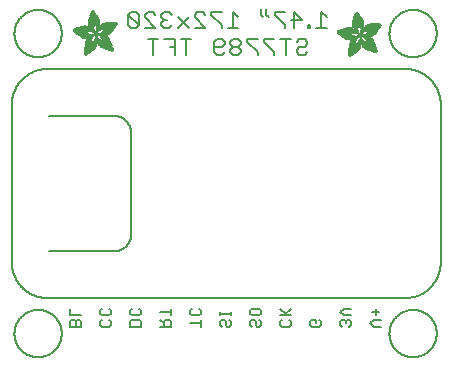
<source format=gbr>
G04 EAGLE Gerber RS-274X export*
G75*
%MOMM*%
%FSLAX34Y34*%
%LPD*%
%INSilkscreen Bottom*%
%IPPOS*%
%AMOC8*
5,1,8,0,0,1.08239X$1,22.5*%
G01*
%ADD10C,0.152400*%
%ADD11C,0.177800*%
%ADD12C,0.203200*%
%ADD13R,0.050800X0.006300*%
%ADD14R,0.082600X0.006400*%
%ADD15R,0.120600X0.006300*%
%ADD16R,0.139700X0.006400*%
%ADD17R,0.158800X0.006300*%
%ADD18R,0.177800X0.006400*%
%ADD19R,0.196800X0.006300*%
%ADD20R,0.215900X0.006400*%
%ADD21R,0.228600X0.006300*%
%ADD22R,0.241300X0.006400*%
%ADD23R,0.254000X0.006300*%
%ADD24R,0.266700X0.006400*%
%ADD25R,0.279400X0.006300*%
%ADD26R,0.285700X0.006400*%
%ADD27R,0.298400X0.006300*%
%ADD28R,0.311200X0.006400*%
%ADD29R,0.317500X0.006300*%
%ADD30R,0.330200X0.006400*%
%ADD31R,0.336600X0.006300*%
%ADD32R,0.349200X0.006400*%
%ADD33R,0.361900X0.006300*%
%ADD34R,0.368300X0.006400*%
%ADD35R,0.381000X0.006300*%
%ADD36R,0.387300X0.006400*%
%ADD37R,0.393700X0.006300*%
%ADD38R,0.406400X0.006400*%
%ADD39R,0.412700X0.006300*%
%ADD40R,0.419100X0.006400*%
%ADD41R,0.431800X0.006300*%
%ADD42R,0.438100X0.006400*%
%ADD43R,0.450800X0.006300*%
%ADD44R,0.457200X0.006400*%
%ADD45R,0.463500X0.006300*%
%ADD46R,0.476200X0.006400*%
%ADD47R,0.482600X0.006300*%
%ADD48R,0.488900X0.006400*%
%ADD49R,0.501600X0.006300*%
%ADD50R,0.508000X0.006400*%
%ADD51R,0.514300X0.006300*%
%ADD52R,0.527000X0.006400*%
%ADD53R,0.533400X0.006300*%
%ADD54R,0.546100X0.006400*%
%ADD55R,0.552400X0.006300*%
%ADD56R,0.558800X0.006400*%
%ADD57R,0.571500X0.006300*%
%ADD58R,0.577800X0.006400*%
%ADD59R,0.584200X0.006300*%
%ADD60R,0.596900X0.006400*%
%ADD61R,0.603200X0.006300*%
%ADD62R,0.609600X0.006400*%
%ADD63R,0.622300X0.006300*%
%ADD64R,0.628600X0.006400*%
%ADD65R,0.641300X0.006300*%
%ADD66R,0.647700X0.006400*%
%ADD67R,0.063500X0.006300*%
%ADD68R,0.654000X0.006300*%
%ADD69R,0.101600X0.006400*%
%ADD70R,0.666700X0.006400*%
%ADD71R,0.139700X0.006300*%
%ADD72R,0.673100X0.006300*%
%ADD73R,0.165100X0.006400*%
%ADD74R,0.679400X0.006400*%
%ADD75R,0.196900X0.006300*%
%ADD76R,0.692100X0.006300*%
%ADD77R,0.222200X0.006400*%
%ADD78R,0.698500X0.006400*%
%ADD79R,0.247700X0.006300*%
%ADD80R,0.704800X0.006300*%
%ADD81R,0.279400X0.006400*%
%ADD82R,0.717500X0.006400*%
%ADD83R,0.298500X0.006300*%
%ADD84R,0.723900X0.006300*%
%ADD85R,0.736600X0.006400*%
%ADD86R,0.342900X0.006300*%
%ADD87R,0.742900X0.006300*%
%ADD88R,0.374700X0.006400*%
%ADD89R,0.749300X0.006400*%
%ADD90R,0.762000X0.006300*%
%ADD91R,0.412700X0.006400*%
%ADD92R,0.768300X0.006400*%
%ADD93R,0.438100X0.006300*%
%ADD94R,0.774700X0.006300*%
%ADD95R,0.463600X0.006400*%
%ADD96R,0.787400X0.006400*%
%ADD97R,0.793700X0.006300*%
%ADD98R,0.495300X0.006400*%
%ADD99R,0.800100X0.006400*%
%ADD100R,0.520700X0.006300*%
%ADD101R,0.812800X0.006300*%
%ADD102R,0.533400X0.006400*%
%ADD103R,0.819100X0.006400*%
%ADD104R,0.558800X0.006300*%
%ADD105R,0.825500X0.006300*%
%ADD106R,0.577900X0.006400*%
%ADD107R,0.831800X0.006400*%
%ADD108R,0.596900X0.006300*%
%ADD109R,0.844500X0.006300*%
%ADD110R,0.616000X0.006400*%
%ADD111R,0.850900X0.006400*%
%ADD112R,0.635000X0.006300*%
%ADD113R,0.857200X0.006300*%
%ADD114R,0.654100X0.006400*%
%ADD115R,0.863600X0.006400*%
%ADD116R,0.666700X0.006300*%
%ADD117R,0.869900X0.006300*%
%ADD118R,0.685800X0.006400*%
%ADD119R,0.876300X0.006400*%
%ADD120R,0.882600X0.006300*%
%ADD121R,0.723900X0.006400*%
%ADD122R,0.889000X0.006400*%
%ADD123R,0.895300X0.006300*%
%ADD124R,0.755700X0.006400*%
%ADD125R,0.901700X0.006400*%
%ADD126R,0.908000X0.006300*%
%ADD127R,0.793800X0.006400*%
%ADD128R,0.914400X0.006400*%
%ADD129R,0.806400X0.006300*%
%ADD130R,0.920700X0.006300*%
%ADD131R,0.825500X0.006400*%
%ADD132R,0.927100X0.006400*%
%ADD133R,0.933400X0.006300*%
%ADD134R,0.857300X0.006400*%
%ADD135R,0.939800X0.006400*%
%ADD136R,0.870000X0.006300*%
%ADD137R,0.939800X0.006300*%
%ADD138R,0.946100X0.006400*%
%ADD139R,0.952500X0.006300*%
%ADD140R,0.908000X0.006400*%
%ADD141R,0.958800X0.006400*%
%ADD142R,0.965200X0.006300*%
%ADD143R,0.965200X0.006400*%
%ADD144R,0.971500X0.006300*%
%ADD145R,0.952500X0.006400*%
%ADD146R,0.977900X0.006400*%
%ADD147R,0.958800X0.006300*%
%ADD148R,0.984200X0.006300*%
%ADD149R,0.971500X0.006400*%
%ADD150R,0.984200X0.006400*%
%ADD151R,0.990600X0.006300*%
%ADD152R,0.984300X0.006400*%
%ADD153R,0.996900X0.006400*%
%ADD154R,0.997000X0.006300*%
%ADD155R,0.996900X0.006300*%
%ADD156R,1.003300X0.006400*%
%ADD157R,1.016000X0.006300*%
%ADD158R,1.009600X0.006300*%
%ADD159R,1.016000X0.006400*%
%ADD160R,1.009600X0.006400*%
%ADD161R,1.022300X0.006300*%
%ADD162R,1.028700X0.006400*%
%ADD163R,1.035100X0.006300*%
%ADD164R,1.047800X0.006400*%
%ADD165R,1.054100X0.006300*%
%ADD166R,1.028700X0.006300*%
%ADD167R,1.054100X0.006400*%
%ADD168R,1.035000X0.006400*%
%ADD169R,1.060400X0.006300*%
%ADD170R,1.035000X0.006300*%
%ADD171R,1.060500X0.006400*%
%ADD172R,1.041400X0.006400*%
%ADD173R,1.066800X0.006300*%
%ADD174R,1.041400X0.006300*%
%ADD175R,1.079500X0.006400*%
%ADD176R,1.047700X0.006400*%
%ADD177R,1.085900X0.006300*%
%ADD178R,1.047700X0.006300*%
%ADD179R,1.085800X0.006400*%
%ADD180R,1.092200X0.006300*%
%ADD181R,1.085900X0.006400*%
%ADD182R,1.098600X0.006300*%
%ADD183R,1.098600X0.006400*%
%ADD184R,1.060400X0.006400*%
%ADD185R,1.104900X0.006300*%
%ADD186R,1.104900X0.006400*%
%ADD187R,1.066800X0.006400*%
%ADD188R,1.111200X0.006300*%
%ADD189R,1.117600X0.006400*%
%ADD190R,1.117600X0.006300*%
%ADD191R,1.073100X0.006300*%
%ADD192R,1.073100X0.006400*%
%ADD193R,1.124000X0.006300*%
%ADD194R,1.079500X0.006300*%
%ADD195R,1.123900X0.006400*%
%ADD196R,1.130300X0.006300*%
%ADD197R,1.130300X0.006400*%
%ADD198R,1.136700X0.006400*%
%ADD199R,1.136700X0.006300*%
%ADD200R,1.085800X0.006300*%
%ADD201R,1.136600X0.006400*%
%ADD202R,1.136600X0.006300*%
%ADD203R,1.143000X0.006400*%
%ADD204R,1.143000X0.006300*%
%ADD205R,1.149400X0.006300*%
%ADD206R,1.149300X0.006300*%
%ADD207R,1.149300X0.006400*%
%ADD208R,1.149400X0.006400*%
%ADD209R,1.155700X0.006400*%
%ADD210R,1.155700X0.006300*%
%ADD211R,1.060500X0.006300*%
%ADD212R,2.197100X0.006400*%
%ADD213R,2.197100X0.006300*%
%ADD214R,2.184400X0.006300*%
%ADD215R,2.184400X0.006400*%
%ADD216R,2.171700X0.006400*%
%ADD217R,2.171700X0.006300*%
%ADD218R,1.530300X0.006400*%
%ADD219R,1.505000X0.006300*%
%ADD220R,1.492300X0.006400*%
%ADD221R,1.485900X0.006300*%
%ADD222R,0.565200X0.006300*%
%ADD223R,1.473200X0.006400*%
%ADD224R,0.565200X0.006400*%
%ADD225R,1.460500X0.006300*%
%ADD226R,1.454100X0.006400*%
%ADD227R,0.552400X0.006400*%
%ADD228R,1.441500X0.006300*%
%ADD229R,0.546100X0.006300*%
%ADD230R,1.435100X0.006400*%
%ADD231R,0.539800X0.006400*%
%ADD232R,1.428800X0.006300*%
%ADD233R,1.422400X0.006400*%
%ADD234R,1.409700X0.006300*%
%ADD235R,0.527100X0.006300*%
%ADD236R,1.403300X0.006400*%
%ADD237R,0.527100X0.006400*%
%ADD238R,1.390700X0.006300*%
%ADD239R,1.384300X0.006400*%
%ADD240R,0.520700X0.006400*%
%ADD241R,1.384300X0.006300*%
%ADD242R,0.514400X0.006300*%
%ADD243R,1.371600X0.006400*%
%ADD244R,1.365200X0.006300*%
%ADD245R,0.508000X0.006300*%
%ADD246R,1.352600X0.006400*%
%ADD247R,0.501700X0.006400*%
%ADD248R,0.711200X0.006300*%
%ADD249R,0.603300X0.006300*%
%ADD250R,0.501700X0.006300*%
%ADD251R,0.692100X0.006400*%
%ADD252R,0.571500X0.006400*%
%ADD253R,0.679400X0.006300*%
%ADD254R,0.495300X0.006300*%
%ADD255R,0.673100X0.006400*%
%ADD256R,0.666800X0.006300*%
%ADD257R,0.488900X0.006300*%
%ADD258R,0.660400X0.006400*%
%ADD259R,0.482600X0.006400*%
%ADD260R,0.476200X0.006300*%
%ADD261R,0.654000X0.006400*%
%ADD262R,0.469900X0.006400*%
%ADD263R,0.476300X0.006400*%
%ADD264R,0.647700X0.006300*%
%ADD265R,0.457200X0.006300*%
%ADD266R,0.469900X0.006300*%
%ADD267R,0.641300X0.006400*%
%ADD268R,0.444500X0.006400*%
%ADD269R,0.463600X0.006300*%
%ADD270R,0.635000X0.006400*%
%ADD271R,0.463500X0.006400*%
%ADD272R,0.393700X0.006400*%
%ADD273R,0.450800X0.006400*%
%ADD274R,0.628600X0.006300*%
%ADD275R,0.387400X0.006300*%
%ADD276R,0.450900X0.006300*%
%ADD277R,0.628700X0.006400*%
%ADD278R,0.374600X0.006400*%
%ADD279R,0.368300X0.006300*%
%ADD280R,0.438200X0.006300*%
%ADD281R,0.622300X0.006400*%
%ADD282R,0.355600X0.006400*%
%ADD283R,0.431800X0.006400*%
%ADD284R,0.349300X0.006300*%
%ADD285R,0.425400X0.006300*%
%ADD286R,0.615900X0.006300*%
%ADD287R,0.330200X0.006300*%
%ADD288R,0.419100X0.006300*%
%ADD289R,0.616000X0.006300*%
%ADD290R,0.311200X0.006300*%
%ADD291R,0.406400X0.006300*%
%ADD292R,0.615900X0.006400*%
%ADD293R,0.304800X0.006400*%
%ADD294R,0.158800X0.006400*%
%ADD295R,0.609600X0.006300*%
%ADD296R,0.292100X0.006300*%
%ADD297R,0.235000X0.006300*%
%ADD298R,0.387400X0.006400*%
%ADD299R,0.292100X0.006400*%
%ADD300R,0.336500X0.006300*%
%ADD301R,0.260400X0.006300*%
%ADD302R,0.603300X0.006400*%
%ADD303R,0.260400X0.006400*%
%ADD304R,0.362000X0.006400*%
%ADD305R,0.450900X0.006400*%
%ADD306R,0.355600X0.006300*%
%ADD307R,0.342900X0.006400*%
%ADD308R,0.514300X0.006400*%
%ADD309R,0.234900X0.006300*%
%ADD310R,0.539700X0.006300*%
%ADD311R,0.603200X0.006400*%
%ADD312R,0.234900X0.006400*%
%ADD313R,0.920700X0.006400*%
%ADD314R,0.958900X0.006400*%
%ADD315R,0.215900X0.006300*%
%ADD316R,0.209600X0.006400*%
%ADD317R,0.203200X0.006300*%
%ADD318R,1.003300X0.006300*%
%ADD319R,0.203200X0.006400*%
%ADD320R,0.196900X0.006400*%
%ADD321R,0.190500X0.006300*%
%ADD322R,0.190500X0.006400*%
%ADD323R,0.184200X0.006300*%
%ADD324R,0.590500X0.006400*%
%ADD325R,0.184200X0.006400*%
%ADD326R,0.590500X0.006300*%
%ADD327R,0.177800X0.006300*%
%ADD328R,0.584200X0.006400*%
%ADD329R,1.168400X0.006400*%
%ADD330R,0.171500X0.006300*%
%ADD331R,1.187500X0.006300*%
%ADD332R,1.200100X0.006400*%
%ADD333R,0.577800X0.006300*%
%ADD334R,1.212900X0.006300*%
%ADD335R,1.231900X0.006400*%
%ADD336R,1.250900X0.006300*%
%ADD337R,0.565100X0.006400*%
%ADD338R,0.184100X0.006400*%
%ADD339R,1.263700X0.006400*%
%ADD340R,0.565100X0.006300*%
%ADD341R,1.289100X0.006300*%
%ADD342R,1.314400X0.006400*%
%ADD343R,0.552500X0.006300*%
%ADD344R,1.568500X0.006300*%
%ADD345R,0.552500X0.006400*%
%ADD346R,1.581200X0.006400*%
%ADD347R,1.593800X0.006300*%
%ADD348R,1.606500X0.006400*%
%ADD349R,1.619300X0.006300*%
%ADD350R,0.514400X0.006400*%
%ADD351R,1.638300X0.006400*%
%ADD352R,1.657300X0.006300*%
%ADD353R,2.209800X0.006400*%
%ADD354R,2.425700X0.006300*%
%ADD355R,2.470100X0.006400*%
%ADD356R,2.501900X0.006300*%
%ADD357R,2.533700X0.006400*%
%ADD358R,2.559000X0.006300*%
%ADD359R,2.584500X0.006400*%
%ADD360R,2.609900X0.006300*%
%ADD361R,2.628900X0.006400*%
%ADD362R,2.660600X0.006300*%
%ADD363R,2.673400X0.006400*%
%ADD364R,1.422400X0.006300*%
%ADD365R,1.200200X0.006300*%
%ADD366R,1.365300X0.006300*%
%ADD367R,1.365300X0.006400*%
%ADD368R,1.352500X0.006300*%
%ADD369R,1.098500X0.006300*%
%ADD370R,1.358900X0.006400*%
%ADD371R,1.352600X0.006300*%
%ADD372R,1.358900X0.006300*%
%ADD373R,1.371600X0.006300*%
%ADD374R,1.377900X0.006400*%
%ADD375R,1.397000X0.006400*%
%ADD376R,1.403300X0.006300*%
%ADD377R,0.914400X0.006300*%
%ADD378R,0.876300X0.006300*%
%ADD379R,0.374600X0.006300*%
%ADD380R,1.073200X0.006400*%
%ADD381R,0.374700X0.006300*%
%ADD382R,0.844600X0.006400*%
%ADD383R,0.844600X0.006300*%
%ADD384R,0.831900X0.006400*%
%ADD385R,1.092200X0.006400*%
%ADD386R,0.400000X0.006300*%
%ADD387R,0.819200X0.006400*%
%ADD388R,1.111300X0.006400*%
%ADD389R,0.812800X0.006400*%
%ADD390R,0.800100X0.006300*%
%ADD391R,0.476300X0.006300*%
%ADD392R,1.181100X0.006300*%
%ADD393R,0.501600X0.006400*%
%ADD394R,1.193800X0.006400*%
%ADD395R,0.781000X0.006400*%
%ADD396R,1.238200X0.006400*%
%ADD397R,0.781100X0.006300*%
%ADD398R,1.257300X0.006300*%
%ADD399R,1.295400X0.006400*%
%ADD400R,1.333500X0.006300*%
%ADD401R,0.774700X0.006400*%
%ADD402R,1.866900X0.006400*%
%ADD403R,0.209600X0.006300*%
%ADD404R,1.866900X0.006300*%
%ADD405R,0.768400X0.006400*%
%ADD406R,0.209500X0.006400*%
%ADD407R,1.860600X0.006400*%
%ADD408R,0.762000X0.006400*%
%ADD409R,0.768400X0.006300*%
%ADD410R,1.860600X0.006300*%
%ADD411R,1.860500X0.006400*%
%ADD412R,0.222300X0.006300*%
%ADD413R,1.854200X0.006300*%
%ADD414R,0.235000X0.006400*%
%ADD415R,1.854200X0.006400*%
%ADD416R,0.768300X0.006300*%
%ADD417R,0.260300X0.006400*%
%ADD418R,1.847800X0.006400*%
%ADD419R,0.266700X0.006300*%
%ADD420R,1.847800X0.006300*%
%ADD421R,0.273100X0.006400*%
%ADD422R,1.841500X0.006400*%
%ADD423R,0.285800X0.006300*%
%ADD424R,1.841500X0.006300*%
%ADD425R,0.298500X0.006400*%
%ADD426R,1.835100X0.006400*%
%ADD427R,0.781000X0.006300*%
%ADD428R,0.304800X0.006300*%
%ADD429R,1.835100X0.006300*%
%ADD430R,0.317500X0.006400*%
%ADD431R,1.828800X0.006400*%
%ADD432R,0.787400X0.006300*%
%ADD433R,0.323800X0.006300*%
%ADD434R,1.828800X0.006300*%
%ADD435R,0.793700X0.006400*%
%ADD436R,1.822400X0.006400*%
%ADD437R,0.806500X0.006300*%
%ADD438R,1.822400X0.006300*%
%ADD439R,1.816100X0.006400*%
%ADD440R,0.819100X0.006300*%
%ADD441R,0.387300X0.006300*%
%ADD442R,1.816100X0.006300*%
%ADD443R,1.809800X0.006400*%
%ADD444R,1.803400X0.006300*%
%ADD445R,1.797000X0.006400*%
%ADD446R,0.901700X0.006300*%
%ADD447R,1.797000X0.006300*%
%ADD448R,1.441400X0.006400*%
%ADD449R,1.790700X0.006400*%
%ADD450R,1.447800X0.006300*%
%ADD451R,1.784300X0.006300*%
%ADD452R,1.447800X0.006400*%
%ADD453R,1.784300X0.006400*%
%ADD454R,1.454100X0.006300*%
%ADD455R,1.771700X0.006300*%
%ADD456R,1.460500X0.006400*%
%ADD457R,1.759000X0.006400*%
%ADD458R,1.466800X0.006300*%
%ADD459R,1.752600X0.006300*%
%ADD460R,1.466800X0.006400*%
%ADD461R,1.739900X0.006400*%
%ADD462R,1.473200X0.006300*%
%ADD463R,1.727200X0.006300*%
%ADD464R,1.479500X0.006400*%
%ADD465R,1.714500X0.006400*%
%ADD466R,1.695400X0.006300*%
%ADD467R,1.485900X0.006400*%
%ADD468R,1.682700X0.006400*%
%ADD469R,1.492200X0.006300*%
%ADD470R,1.663700X0.006300*%
%ADD471R,1.498600X0.006400*%
%ADD472R,1.644600X0.006400*%
%ADD473R,1.498600X0.006300*%
%ADD474R,1.619200X0.006300*%
%ADD475R,1.511300X0.006400*%
%ADD476R,1.600200X0.006400*%
%ADD477R,1.517700X0.006300*%
%ADD478R,1.574800X0.006300*%
%ADD479R,1.524000X0.006400*%
%ADD480R,1.555800X0.006400*%
%ADD481R,1.524000X0.006300*%
%ADD482R,1.536700X0.006300*%
%ADD483R,1.530400X0.006400*%
%ADD484R,1.517700X0.006400*%
%ADD485R,1.492300X0.006300*%
%ADD486R,1.549400X0.006400*%
%ADD487R,1.479600X0.006400*%
%ADD488R,1.549400X0.006300*%
%ADD489R,1.555700X0.006400*%
%ADD490R,1.562100X0.006300*%
%ADD491R,0.323900X0.006300*%
%ADD492R,1.568400X0.006400*%
%ADD493R,0.336600X0.006400*%
%ADD494R,1.587500X0.006300*%
%ADD495R,0.971600X0.006300*%
%ADD496R,0.349300X0.006400*%
%ADD497R,1.600200X0.006300*%
%ADD498R,0.920800X0.006300*%
%ADD499R,0.882700X0.006400*%
%ADD500R,1.612900X0.006300*%
%ADD501R,0.362000X0.006300*%
%ADD502R,1.625600X0.006400*%
%ADD503R,1.625600X0.006300*%
%ADD504R,1.644600X0.006300*%
%ADD505R,0.736600X0.006300*%
%ADD506R,0.717600X0.006400*%
%ADD507R,1.657400X0.006300*%
%ADD508R,0.679500X0.006300*%
%ADD509R,1.663700X0.006400*%
%ADD510R,0.400000X0.006400*%
%ADD511R,1.676400X0.006300*%
%ADD512R,1.676400X0.006400*%
%ADD513R,0.425500X0.006400*%
%ADD514R,1.352500X0.006400*%
%ADD515R,0.444500X0.006300*%
%ADD516R,0.361900X0.006400*%
%ADD517R,0.088900X0.006300*%
%ADD518R,1.009700X0.006300*%
%ADD519R,1.009700X0.006400*%
%ADD520R,1.022300X0.006400*%
%ADD521R,1.346200X0.006400*%
%ADD522R,1.346200X0.006300*%
%ADD523R,1.339900X0.006400*%
%ADD524R,1.035100X0.006400*%
%ADD525R,1.339800X0.006300*%
%ADD526R,1.333500X0.006400*%
%ADD527R,1.327200X0.006400*%
%ADD528R,1.320800X0.006300*%
%ADD529R,1.314500X0.006400*%
%ADD530R,1.314400X0.006300*%
%ADD531R,1.301700X0.006400*%
%ADD532R,1.295400X0.006300*%
%ADD533R,1.289000X0.006400*%
%ADD534R,1.276300X0.006300*%
%ADD535R,1.251000X0.006300*%
%ADD536R,1.244600X0.006400*%
%ADD537R,1.231900X0.006300*%
%ADD538R,1.212800X0.006400*%
%ADD539R,1.200100X0.006300*%
%ADD540R,1.187400X0.006400*%
%ADD541R,1.168400X0.006300*%
%ADD542R,1.047800X0.006300*%
%ADD543R,0.977900X0.006300*%
%ADD544R,0.946200X0.006400*%
%ADD545R,0.933400X0.006400*%
%ADD546R,0.895300X0.006400*%
%ADD547R,0.882700X0.006300*%
%ADD548R,0.863600X0.006300*%
%ADD549R,0.857200X0.006400*%
%ADD550R,0.850900X0.006300*%
%ADD551R,0.838200X0.006300*%
%ADD552R,0.806500X0.006400*%
%ADD553R,0.717600X0.006300*%
%ADD554R,0.711200X0.006400*%
%ADD555R,0.641400X0.006400*%
%ADD556R,0.641400X0.006300*%
%ADD557R,0.628700X0.006300*%
%ADD558R,0.590600X0.006300*%
%ADD559R,0.539700X0.006400*%
%ADD560R,0.285700X0.006300*%
%ADD561R,0.222200X0.006300*%
%ADD562R,0.171400X0.006300*%
%ADD563R,0.152400X0.006400*%
%ADD564R,0.133400X0.006300*%


D10*
X315475Y31242D02*
X309713Y31242D01*
X306832Y34123D01*
X309713Y37004D01*
X315475Y37004D01*
X311154Y40597D02*
X311154Y46359D01*
X314035Y43478D02*
X308273Y43478D01*
X290075Y32683D02*
X288635Y31242D01*
X290075Y32683D02*
X290075Y35564D01*
X288635Y37004D01*
X287194Y37004D01*
X285754Y35564D01*
X285754Y34123D01*
X285754Y35564D02*
X284313Y37004D01*
X282873Y37004D01*
X281432Y35564D01*
X281432Y32683D01*
X282873Y31242D01*
X284313Y40597D02*
X290075Y40597D01*
X284313Y40597D02*
X281432Y43478D01*
X284313Y46359D01*
X290075Y46359D01*
X264675Y35564D02*
X263235Y37004D01*
X264675Y35564D02*
X264675Y32683D01*
X263235Y31242D01*
X257473Y31242D01*
X256032Y32683D01*
X256032Y35564D01*
X257473Y37004D01*
X260354Y37004D01*
X260354Y34123D01*
X239275Y35564D02*
X237835Y37004D01*
X239275Y35564D02*
X239275Y32683D01*
X237835Y31242D01*
X232073Y31242D01*
X230632Y32683D01*
X230632Y35564D01*
X232073Y37004D01*
X230632Y40597D02*
X239275Y40597D01*
X233513Y40597D02*
X239275Y46359D01*
X234954Y42038D02*
X230632Y46359D01*
X213875Y35564D02*
X212435Y37004D01*
X213875Y35564D02*
X213875Y32683D01*
X212435Y31242D01*
X210994Y31242D01*
X209554Y32683D01*
X209554Y35564D01*
X208113Y37004D01*
X206673Y37004D01*
X205232Y35564D01*
X205232Y32683D01*
X206673Y31242D01*
X213875Y42038D02*
X213875Y44919D01*
X213875Y42038D02*
X212435Y40597D01*
X206673Y40597D01*
X205232Y42038D01*
X205232Y44919D01*
X206673Y46359D01*
X212435Y46359D01*
X213875Y44919D01*
X188475Y35564D02*
X187035Y37004D01*
X188475Y35564D02*
X188475Y32683D01*
X187035Y31242D01*
X185594Y31242D01*
X184154Y32683D01*
X184154Y35564D01*
X182713Y37004D01*
X181273Y37004D01*
X179832Y35564D01*
X179832Y32683D01*
X181273Y31242D01*
X179832Y40597D02*
X179832Y43478D01*
X179832Y42038D02*
X188475Y42038D01*
X188475Y43478D02*
X188475Y40597D01*
X163075Y34123D02*
X154432Y34123D01*
X163075Y31242D02*
X163075Y37004D01*
X163075Y44919D02*
X161635Y46359D01*
X163075Y44919D02*
X163075Y42038D01*
X161635Y40597D01*
X155873Y40597D01*
X154432Y42038D01*
X154432Y44919D01*
X155873Y46359D01*
X137675Y31242D02*
X129032Y31242D01*
X137675Y31242D02*
X137675Y35564D01*
X136235Y37004D01*
X133354Y37004D01*
X131913Y35564D01*
X131913Y31242D01*
X131913Y34123D02*
X129032Y37004D01*
X129032Y43478D02*
X137675Y43478D01*
X137675Y40597D02*
X137675Y46359D01*
X112275Y31242D02*
X103632Y31242D01*
X103632Y35564D01*
X105073Y37004D01*
X110835Y37004D01*
X112275Y35564D01*
X112275Y31242D01*
X112275Y44919D02*
X110835Y46359D01*
X112275Y44919D02*
X112275Y42038D01*
X110835Y40597D01*
X105073Y40597D01*
X103632Y42038D01*
X103632Y44919D01*
X105073Y46359D01*
X86875Y35564D02*
X85435Y37004D01*
X86875Y35564D02*
X86875Y32683D01*
X85435Y31242D01*
X79673Y31242D01*
X78232Y32683D01*
X78232Y35564D01*
X79673Y37004D01*
X86875Y44919D02*
X85435Y46359D01*
X86875Y44919D02*
X86875Y42038D01*
X85435Y40597D01*
X79673Y40597D01*
X78232Y42038D01*
X78232Y44919D01*
X79673Y46359D01*
X61475Y31242D02*
X52832Y31242D01*
X61475Y31242D02*
X61475Y35564D01*
X60035Y37004D01*
X58594Y37004D01*
X57154Y35564D01*
X55713Y37004D01*
X54273Y37004D01*
X52832Y35564D01*
X52832Y31242D01*
X57154Y31242D02*
X57154Y35564D01*
X61475Y40597D02*
X52832Y40597D01*
X52832Y46359D01*
D11*
X269797Y293081D02*
X265305Y297573D01*
X265305Y284099D01*
X260814Y284099D02*
X269797Y284099D01*
X255764Y284099D02*
X255764Y286345D01*
X253518Y286345D01*
X253518Y284099D01*
X255764Y284099D01*
X242011Y284099D02*
X242011Y297573D01*
X248747Y290836D01*
X239765Y290836D01*
X234715Y297573D02*
X225732Y297573D01*
X225732Y295327D01*
X234715Y286345D01*
X234715Y284099D01*
X218436Y295327D02*
X218436Y299818D01*
X218436Y295327D02*
X220682Y293081D01*
X213945Y295327D02*
X213945Y299818D01*
X213945Y295327D02*
X216191Y293081D01*
X194955Y293081D02*
X190464Y297573D01*
X190464Y284099D01*
X194955Y284099D02*
X185973Y284099D01*
X180922Y297573D02*
X171940Y297573D01*
X171940Y295327D01*
X180922Y286345D01*
X180922Y284099D01*
X166890Y284099D02*
X157907Y284099D01*
X157907Y293081D02*
X166890Y284099D01*
X157907Y293081D02*
X157907Y295327D01*
X160153Y297573D01*
X164644Y297573D01*
X166890Y295327D01*
X152857Y293081D02*
X143874Y284099D01*
X143874Y293081D02*
X152857Y284099D01*
X138824Y295327D02*
X136578Y297573D01*
X132087Y297573D01*
X129842Y295327D01*
X129842Y293081D01*
X132087Y290836D01*
X134333Y290836D01*
X132087Y290836D02*
X129842Y288590D01*
X129842Y286345D01*
X132087Y284099D01*
X136578Y284099D01*
X138824Y286345D01*
X124791Y284099D02*
X115809Y284099D01*
X124791Y284099D02*
X115809Y293081D01*
X115809Y295327D01*
X118054Y297573D01*
X122546Y297573D01*
X124791Y295327D01*
X110758Y295327D02*
X110758Y286345D01*
X110758Y295327D02*
X108513Y297573D01*
X104022Y297573D01*
X101776Y295327D01*
X101776Y286345D01*
X104022Y284099D01*
X108513Y284099D01*
X110758Y286345D01*
X101776Y295327D01*
X244443Y272467D02*
X246688Y274713D01*
X251179Y274713D01*
X253425Y272467D01*
X253425Y270221D01*
X251179Y267976D01*
X246688Y267976D01*
X244443Y265730D01*
X244443Y263485D01*
X246688Y261239D01*
X251179Y261239D01*
X253425Y263485D01*
X234901Y261239D02*
X234901Y274713D01*
X239392Y274713D02*
X230410Y274713D01*
X225359Y274713D02*
X216377Y274713D01*
X216377Y272467D01*
X225359Y263485D01*
X225359Y261239D01*
X211327Y274713D02*
X202344Y274713D01*
X202344Y272467D01*
X211327Y263485D01*
X211327Y261239D01*
X197294Y272467D02*
X195048Y274713D01*
X190557Y274713D01*
X188312Y272467D01*
X188312Y270221D01*
X190557Y267976D01*
X188312Y265730D01*
X188312Y263485D01*
X190557Y261239D01*
X195048Y261239D01*
X197294Y263485D01*
X197294Y265730D01*
X195048Y267976D01*
X197294Y270221D01*
X197294Y272467D01*
X195048Y267976D02*
X190557Y267976D01*
X183261Y263485D02*
X181016Y261239D01*
X176524Y261239D01*
X174279Y263485D01*
X174279Y272467D01*
X176524Y274713D01*
X181016Y274713D01*
X183261Y272467D01*
X183261Y270221D01*
X181016Y267976D01*
X174279Y267976D01*
X150704Y261239D02*
X150704Y274713D01*
X146213Y274713D02*
X155196Y274713D01*
X141163Y274713D02*
X141163Y261239D01*
X141163Y274713D02*
X132180Y274713D01*
X136672Y267976D02*
X141163Y267976D01*
X122639Y261239D02*
X122639Y274713D01*
X127130Y274713D02*
X118148Y274713D01*
D12*
X322900Y279400D02*
X322906Y279891D01*
X322924Y280381D01*
X322954Y280871D01*
X322996Y281360D01*
X323050Y281848D01*
X323116Y282335D01*
X323194Y282819D01*
X323284Y283302D01*
X323386Y283782D01*
X323499Y284260D01*
X323624Y284734D01*
X323761Y285206D01*
X323909Y285674D01*
X324069Y286138D01*
X324240Y286598D01*
X324422Y287054D01*
X324616Y287505D01*
X324820Y287951D01*
X325036Y288392D01*
X325262Y288828D01*
X325498Y289258D01*
X325745Y289682D01*
X326003Y290100D01*
X326271Y290511D01*
X326548Y290916D01*
X326836Y291314D01*
X327133Y291705D01*
X327440Y292088D01*
X327756Y292463D01*
X328081Y292831D01*
X328415Y293191D01*
X328758Y293542D01*
X329109Y293885D01*
X329469Y294219D01*
X329837Y294544D01*
X330212Y294860D01*
X330595Y295167D01*
X330986Y295464D01*
X331384Y295752D01*
X331789Y296029D01*
X332200Y296297D01*
X332618Y296555D01*
X333042Y296802D01*
X333472Y297038D01*
X333908Y297264D01*
X334349Y297480D01*
X334795Y297684D01*
X335246Y297878D01*
X335702Y298060D01*
X336162Y298231D01*
X336626Y298391D01*
X337094Y298539D01*
X337566Y298676D01*
X338040Y298801D01*
X338518Y298914D01*
X338998Y299016D01*
X339481Y299106D01*
X339965Y299184D01*
X340452Y299250D01*
X340940Y299304D01*
X341429Y299346D01*
X341919Y299376D01*
X342409Y299394D01*
X342900Y299400D01*
X343391Y299394D01*
X343881Y299376D01*
X344371Y299346D01*
X344860Y299304D01*
X345348Y299250D01*
X345835Y299184D01*
X346319Y299106D01*
X346802Y299016D01*
X347282Y298914D01*
X347760Y298801D01*
X348234Y298676D01*
X348706Y298539D01*
X349174Y298391D01*
X349638Y298231D01*
X350098Y298060D01*
X350554Y297878D01*
X351005Y297684D01*
X351451Y297480D01*
X351892Y297264D01*
X352328Y297038D01*
X352758Y296802D01*
X353182Y296555D01*
X353600Y296297D01*
X354011Y296029D01*
X354416Y295752D01*
X354814Y295464D01*
X355205Y295167D01*
X355588Y294860D01*
X355963Y294544D01*
X356331Y294219D01*
X356691Y293885D01*
X357042Y293542D01*
X357385Y293191D01*
X357719Y292831D01*
X358044Y292463D01*
X358360Y292088D01*
X358667Y291705D01*
X358964Y291314D01*
X359252Y290916D01*
X359529Y290511D01*
X359797Y290100D01*
X360055Y289682D01*
X360302Y289258D01*
X360538Y288828D01*
X360764Y288392D01*
X360980Y287951D01*
X361184Y287505D01*
X361378Y287054D01*
X361560Y286598D01*
X361731Y286138D01*
X361891Y285674D01*
X362039Y285206D01*
X362176Y284734D01*
X362301Y284260D01*
X362414Y283782D01*
X362516Y283302D01*
X362606Y282819D01*
X362684Y282335D01*
X362750Y281848D01*
X362804Y281360D01*
X362846Y280871D01*
X362876Y280381D01*
X362894Y279891D01*
X362900Y279400D01*
X362894Y278909D01*
X362876Y278419D01*
X362846Y277929D01*
X362804Y277440D01*
X362750Y276952D01*
X362684Y276465D01*
X362606Y275981D01*
X362516Y275498D01*
X362414Y275018D01*
X362301Y274540D01*
X362176Y274066D01*
X362039Y273594D01*
X361891Y273126D01*
X361731Y272662D01*
X361560Y272202D01*
X361378Y271746D01*
X361184Y271295D01*
X360980Y270849D01*
X360764Y270408D01*
X360538Y269972D01*
X360302Y269542D01*
X360055Y269118D01*
X359797Y268700D01*
X359529Y268289D01*
X359252Y267884D01*
X358964Y267486D01*
X358667Y267095D01*
X358360Y266712D01*
X358044Y266337D01*
X357719Y265969D01*
X357385Y265609D01*
X357042Y265258D01*
X356691Y264915D01*
X356331Y264581D01*
X355963Y264256D01*
X355588Y263940D01*
X355205Y263633D01*
X354814Y263336D01*
X354416Y263048D01*
X354011Y262771D01*
X353600Y262503D01*
X353182Y262245D01*
X352758Y261998D01*
X352328Y261762D01*
X351892Y261536D01*
X351451Y261320D01*
X351005Y261116D01*
X350554Y260922D01*
X350098Y260740D01*
X349638Y260569D01*
X349174Y260409D01*
X348706Y260261D01*
X348234Y260124D01*
X347760Y259999D01*
X347282Y259886D01*
X346802Y259784D01*
X346319Y259694D01*
X345835Y259616D01*
X345348Y259550D01*
X344860Y259496D01*
X344371Y259454D01*
X343881Y259424D01*
X343391Y259406D01*
X342900Y259400D01*
X342409Y259406D01*
X341919Y259424D01*
X341429Y259454D01*
X340940Y259496D01*
X340452Y259550D01*
X339965Y259616D01*
X339481Y259694D01*
X338998Y259784D01*
X338518Y259886D01*
X338040Y259999D01*
X337566Y260124D01*
X337094Y260261D01*
X336626Y260409D01*
X336162Y260569D01*
X335702Y260740D01*
X335246Y260922D01*
X334795Y261116D01*
X334349Y261320D01*
X333908Y261536D01*
X333472Y261762D01*
X333042Y261998D01*
X332618Y262245D01*
X332200Y262503D01*
X331789Y262771D01*
X331384Y263048D01*
X330986Y263336D01*
X330595Y263633D01*
X330212Y263940D01*
X329837Y264256D01*
X329469Y264581D01*
X329109Y264915D01*
X328758Y265258D01*
X328415Y265609D01*
X328081Y265969D01*
X327756Y266337D01*
X327440Y266712D01*
X327133Y267095D01*
X326836Y267486D01*
X326548Y267884D01*
X326271Y268289D01*
X326003Y268700D01*
X325745Y269118D01*
X325498Y269542D01*
X325262Y269972D01*
X325036Y270408D01*
X324820Y270849D01*
X324616Y271295D01*
X324422Y271746D01*
X324240Y272202D01*
X324069Y272662D01*
X323909Y273126D01*
X323761Y273594D01*
X323624Y274066D01*
X323499Y274540D01*
X323386Y275018D01*
X323284Y275498D01*
X323194Y275981D01*
X323116Y276465D01*
X323050Y276952D01*
X322996Y277440D01*
X322954Y277929D01*
X322924Y278419D01*
X322906Y278909D01*
X322900Y279400D01*
X5400Y279400D02*
X5406Y279891D01*
X5424Y280381D01*
X5454Y280871D01*
X5496Y281360D01*
X5550Y281848D01*
X5616Y282335D01*
X5694Y282819D01*
X5784Y283302D01*
X5886Y283782D01*
X5999Y284260D01*
X6124Y284734D01*
X6261Y285206D01*
X6409Y285674D01*
X6569Y286138D01*
X6740Y286598D01*
X6922Y287054D01*
X7116Y287505D01*
X7320Y287951D01*
X7536Y288392D01*
X7762Y288828D01*
X7998Y289258D01*
X8245Y289682D01*
X8503Y290100D01*
X8771Y290511D01*
X9048Y290916D01*
X9336Y291314D01*
X9633Y291705D01*
X9940Y292088D01*
X10256Y292463D01*
X10581Y292831D01*
X10915Y293191D01*
X11258Y293542D01*
X11609Y293885D01*
X11969Y294219D01*
X12337Y294544D01*
X12712Y294860D01*
X13095Y295167D01*
X13486Y295464D01*
X13884Y295752D01*
X14289Y296029D01*
X14700Y296297D01*
X15118Y296555D01*
X15542Y296802D01*
X15972Y297038D01*
X16408Y297264D01*
X16849Y297480D01*
X17295Y297684D01*
X17746Y297878D01*
X18202Y298060D01*
X18662Y298231D01*
X19126Y298391D01*
X19594Y298539D01*
X20066Y298676D01*
X20540Y298801D01*
X21018Y298914D01*
X21498Y299016D01*
X21981Y299106D01*
X22465Y299184D01*
X22952Y299250D01*
X23440Y299304D01*
X23929Y299346D01*
X24419Y299376D01*
X24909Y299394D01*
X25400Y299400D01*
X25891Y299394D01*
X26381Y299376D01*
X26871Y299346D01*
X27360Y299304D01*
X27848Y299250D01*
X28335Y299184D01*
X28819Y299106D01*
X29302Y299016D01*
X29782Y298914D01*
X30260Y298801D01*
X30734Y298676D01*
X31206Y298539D01*
X31674Y298391D01*
X32138Y298231D01*
X32598Y298060D01*
X33054Y297878D01*
X33505Y297684D01*
X33951Y297480D01*
X34392Y297264D01*
X34828Y297038D01*
X35258Y296802D01*
X35682Y296555D01*
X36100Y296297D01*
X36511Y296029D01*
X36916Y295752D01*
X37314Y295464D01*
X37705Y295167D01*
X38088Y294860D01*
X38463Y294544D01*
X38831Y294219D01*
X39191Y293885D01*
X39542Y293542D01*
X39885Y293191D01*
X40219Y292831D01*
X40544Y292463D01*
X40860Y292088D01*
X41167Y291705D01*
X41464Y291314D01*
X41752Y290916D01*
X42029Y290511D01*
X42297Y290100D01*
X42555Y289682D01*
X42802Y289258D01*
X43038Y288828D01*
X43264Y288392D01*
X43480Y287951D01*
X43684Y287505D01*
X43878Y287054D01*
X44060Y286598D01*
X44231Y286138D01*
X44391Y285674D01*
X44539Y285206D01*
X44676Y284734D01*
X44801Y284260D01*
X44914Y283782D01*
X45016Y283302D01*
X45106Y282819D01*
X45184Y282335D01*
X45250Y281848D01*
X45304Y281360D01*
X45346Y280871D01*
X45376Y280381D01*
X45394Y279891D01*
X45400Y279400D01*
X45394Y278909D01*
X45376Y278419D01*
X45346Y277929D01*
X45304Y277440D01*
X45250Y276952D01*
X45184Y276465D01*
X45106Y275981D01*
X45016Y275498D01*
X44914Y275018D01*
X44801Y274540D01*
X44676Y274066D01*
X44539Y273594D01*
X44391Y273126D01*
X44231Y272662D01*
X44060Y272202D01*
X43878Y271746D01*
X43684Y271295D01*
X43480Y270849D01*
X43264Y270408D01*
X43038Y269972D01*
X42802Y269542D01*
X42555Y269118D01*
X42297Y268700D01*
X42029Y268289D01*
X41752Y267884D01*
X41464Y267486D01*
X41167Y267095D01*
X40860Y266712D01*
X40544Y266337D01*
X40219Y265969D01*
X39885Y265609D01*
X39542Y265258D01*
X39191Y264915D01*
X38831Y264581D01*
X38463Y264256D01*
X38088Y263940D01*
X37705Y263633D01*
X37314Y263336D01*
X36916Y263048D01*
X36511Y262771D01*
X36100Y262503D01*
X35682Y262245D01*
X35258Y261998D01*
X34828Y261762D01*
X34392Y261536D01*
X33951Y261320D01*
X33505Y261116D01*
X33054Y260922D01*
X32598Y260740D01*
X32138Y260569D01*
X31674Y260409D01*
X31206Y260261D01*
X30734Y260124D01*
X30260Y259999D01*
X29782Y259886D01*
X29302Y259784D01*
X28819Y259694D01*
X28335Y259616D01*
X27848Y259550D01*
X27360Y259496D01*
X26871Y259454D01*
X26381Y259424D01*
X25891Y259406D01*
X25400Y259400D01*
X24909Y259406D01*
X24419Y259424D01*
X23929Y259454D01*
X23440Y259496D01*
X22952Y259550D01*
X22465Y259616D01*
X21981Y259694D01*
X21498Y259784D01*
X21018Y259886D01*
X20540Y259999D01*
X20066Y260124D01*
X19594Y260261D01*
X19126Y260409D01*
X18662Y260569D01*
X18202Y260740D01*
X17746Y260922D01*
X17295Y261116D01*
X16849Y261320D01*
X16408Y261536D01*
X15972Y261762D01*
X15542Y261998D01*
X15118Y262245D01*
X14700Y262503D01*
X14289Y262771D01*
X13884Y263048D01*
X13486Y263336D01*
X13095Y263633D01*
X12712Y263940D01*
X12337Y264256D01*
X11969Y264581D01*
X11609Y264915D01*
X11258Y265258D01*
X10915Y265609D01*
X10581Y265969D01*
X10256Y266337D01*
X9940Y266712D01*
X9633Y267095D01*
X9336Y267486D01*
X9048Y267884D01*
X8771Y268289D01*
X8503Y268700D01*
X8245Y269118D01*
X7998Y269542D01*
X7762Y269972D01*
X7536Y270408D01*
X7320Y270849D01*
X7116Y271295D01*
X6922Y271746D01*
X6740Y272202D01*
X6569Y272662D01*
X6409Y273126D01*
X6261Y273594D01*
X6124Y274066D01*
X5999Y274540D01*
X5886Y275018D01*
X5784Y275498D01*
X5694Y275981D01*
X5616Y276465D01*
X5550Y276952D01*
X5496Y277440D01*
X5454Y277929D01*
X5424Y278419D01*
X5406Y278909D01*
X5400Y279400D01*
X322900Y25400D02*
X322906Y25891D01*
X322924Y26381D01*
X322954Y26871D01*
X322996Y27360D01*
X323050Y27848D01*
X323116Y28335D01*
X323194Y28819D01*
X323284Y29302D01*
X323386Y29782D01*
X323499Y30260D01*
X323624Y30734D01*
X323761Y31206D01*
X323909Y31674D01*
X324069Y32138D01*
X324240Y32598D01*
X324422Y33054D01*
X324616Y33505D01*
X324820Y33951D01*
X325036Y34392D01*
X325262Y34828D01*
X325498Y35258D01*
X325745Y35682D01*
X326003Y36100D01*
X326271Y36511D01*
X326548Y36916D01*
X326836Y37314D01*
X327133Y37705D01*
X327440Y38088D01*
X327756Y38463D01*
X328081Y38831D01*
X328415Y39191D01*
X328758Y39542D01*
X329109Y39885D01*
X329469Y40219D01*
X329837Y40544D01*
X330212Y40860D01*
X330595Y41167D01*
X330986Y41464D01*
X331384Y41752D01*
X331789Y42029D01*
X332200Y42297D01*
X332618Y42555D01*
X333042Y42802D01*
X333472Y43038D01*
X333908Y43264D01*
X334349Y43480D01*
X334795Y43684D01*
X335246Y43878D01*
X335702Y44060D01*
X336162Y44231D01*
X336626Y44391D01*
X337094Y44539D01*
X337566Y44676D01*
X338040Y44801D01*
X338518Y44914D01*
X338998Y45016D01*
X339481Y45106D01*
X339965Y45184D01*
X340452Y45250D01*
X340940Y45304D01*
X341429Y45346D01*
X341919Y45376D01*
X342409Y45394D01*
X342900Y45400D01*
X343391Y45394D01*
X343881Y45376D01*
X344371Y45346D01*
X344860Y45304D01*
X345348Y45250D01*
X345835Y45184D01*
X346319Y45106D01*
X346802Y45016D01*
X347282Y44914D01*
X347760Y44801D01*
X348234Y44676D01*
X348706Y44539D01*
X349174Y44391D01*
X349638Y44231D01*
X350098Y44060D01*
X350554Y43878D01*
X351005Y43684D01*
X351451Y43480D01*
X351892Y43264D01*
X352328Y43038D01*
X352758Y42802D01*
X353182Y42555D01*
X353600Y42297D01*
X354011Y42029D01*
X354416Y41752D01*
X354814Y41464D01*
X355205Y41167D01*
X355588Y40860D01*
X355963Y40544D01*
X356331Y40219D01*
X356691Y39885D01*
X357042Y39542D01*
X357385Y39191D01*
X357719Y38831D01*
X358044Y38463D01*
X358360Y38088D01*
X358667Y37705D01*
X358964Y37314D01*
X359252Y36916D01*
X359529Y36511D01*
X359797Y36100D01*
X360055Y35682D01*
X360302Y35258D01*
X360538Y34828D01*
X360764Y34392D01*
X360980Y33951D01*
X361184Y33505D01*
X361378Y33054D01*
X361560Y32598D01*
X361731Y32138D01*
X361891Y31674D01*
X362039Y31206D01*
X362176Y30734D01*
X362301Y30260D01*
X362414Y29782D01*
X362516Y29302D01*
X362606Y28819D01*
X362684Y28335D01*
X362750Y27848D01*
X362804Y27360D01*
X362846Y26871D01*
X362876Y26381D01*
X362894Y25891D01*
X362900Y25400D01*
X362894Y24909D01*
X362876Y24419D01*
X362846Y23929D01*
X362804Y23440D01*
X362750Y22952D01*
X362684Y22465D01*
X362606Y21981D01*
X362516Y21498D01*
X362414Y21018D01*
X362301Y20540D01*
X362176Y20066D01*
X362039Y19594D01*
X361891Y19126D01*
X361731Y18662D01*
X361560Y18202D01*
X361378Y17746D01*
X361184Y17295D01*
X360980Y16849D01*
X360764Y16408D01*
X360538Y15972D01*
X360302Y15542D01*
X360055Y15118D01*
X359797Y14700D01*
X359529Y14289D01*
X359252Y13884D01*
X358964Y13486D01*
X358667Y13095D01*
X358360Y12712D01*
X358044Y12337D01*
X357719Y11969D01*
X357385Y11609D01*
X357042Y11258D01*
X356691Y10915D01*
X356331Y10581D01*
X355963Y10256D01*
X355588Y9940D01*
X355205Y9633D01*
X354814Y9336D01*
X354416Y9048D01*
X354011Y8771D01*
X353600Y8503D01*
X353182Y8245D01*
X352758Y7998D01*
X352328Y7762D01*
X351892Y7536D01*
X351451Y7320D01*
X351005Y7116D01*
X350554Y6922D01*
X350098Y6740D01*
X349638Y6569D01*
X349174Y6409D01*
X348706Y6261D01*
X348234Y6124D01*
X347760Y5999D01*
X347282Y5886D01*
X346802Y5784D01*
X346319Y5694D01*
X345835Y5616D01*
X345348Y5550D01*
X344860Y5496D01*
X344371Y5454D01*
X343881Y5424D01*
X343391Y5406D01*
X342900Y5400D01*
X342409Y5406D01*
X341919Y5424D01*
X341429Y5454D01*
X340940Y5496D01*
X340452Y5550D01*
X339965Y5616D01*
X339481Y5694D01*
X338998Y5784D01*
X338518Y5886D01*
X338040Y5999D01*
X337566Y6124D01*
X337094Y6261D01*
X336626Y6409D01*
X336162Y6569D01*
X335702Y6740D01*
X335246Y6922D01*
X334795Y7116D01*
X334349Y7320D01*
X333908Y7536D01*
X333472Y7762D01*
X333042Y7998D01*
X332618Y8245D01*
X332200Y8503D01*
X331789Y8771D01*
X331384Y9048D01*
X330986Y9336D01*
X330595Y9633D01*
X330212Y9940D01*
X329837Y10256D01*
X329469Y10581D01*
X329109Y10915D01*
X328758Y11258D01*
X328415Y11609D01*
X328081Y11969D01*
X327756Y12337D01*
X327440Y12712D01*
X327133Y13095D01*
X326836Y13486D01*
X326548Y13884D01*
X326271Y14289D01*
X326003Y14700D01*
X325745Y15118D01*
X325498Y15542D01*
X325262Y15972D01*
X325036Y16408D01*
X324820Y16849D01*
X324616Y17295D01*
X324422Y17746D01*
X324240Y18202D01*
X324069Y18662D01*
X323909Y19126D01*
X323761Y19594D01*
X323624Y20066D01*
X323499Y20540D01*
X323386Y21018D01*
X323284Y21498D01*
X323194Y21981D01*
X323116Y22465D01*
X323050Y22952D01*
X322996Y23440D01*
X322954Y23929D01*
X322924Y24419D01*
X322906Y24909D01*
X322900Y25400D01*
X5400Y25400D02*
X5406Y25891D01*
X5424Y26381D01*
X5454Y26871D01*
X5496Y27360D01*
X5550Y27848D01*
X5616Y28335D01*
X5694Y28819D01*
X5784Y29302D01*
X5886Y29782D01*
X5999Y30260D01*
X6124Y30734D01*
X6261Y31206D01*
X6409Y31674D01*
X6569Y32138D01*
X6740Y32598D01*
X6922Y33054D01*
X7116Y33505D01*
X7320Y33951D01*
X7536Y34392D01*
X7762Y34828D01*
X7998Y35258D01*
X8245Y35682D01*
X8503Y36100D01*
X8771Y36511D01*
X9048Y36916D01*
X9336Y37314D01*
X9633Y37705D01*
X9940Y38088D01*
X10256Y38463D01*
X10581Y38831D01*
X10915Y39191D01*
X11258Y39542D01*
X11609Y39885D01*
X11969Y40219D01*
X12337Y40544D01*
X12712Y40860D01*
X13095Y41167D01*
X13486Y41464D01*
X13884Y41752D01*
X14289Y42029D01*
X14700Y42297D01*
X15118Y42555D01*
X15542Y42802D01*
X15972Y43038D01*
X16408Y43264D01*
X16849Y43480D01*
X17295Y43684D01*
X17746Y43878D01*
X18202Y44060D01*
X18662Y44231D01*
X19126Y44391D01*
X19594Y44539D01*
X20066Y44676D01*
X20540Y44801D01*
X21018Y44914D01*
X21498Y45016D01*
X21981Y45106D01*
X22465Y45184D01*
X22952Y45250D01*
X23440Y45304D01*
X23929Y45346D01*
X24419Y45376D01*
X24909Y45394D01*
X25400Y45400D01*
X25891Y45394D01*
X26381Y45376D01*
X26871Y45346D01*
X27360Y45304D01*
X27848Y45250D01*
X28335Y45184D01*
X28819Y45106D01*
X29302Y45016D01*
X29782Y44914D01*
X30260Y44801D01*
X30734Y44676D01*
X31206Y44539D01*
X31674Y44391D01*
X32138Y44231D01*
X32598Y44060D01*
X33054Y43878D01*
X33505Y43684D01*
X33951Y43480D01*
X34392Y43264D01*
X34828Y43038D01*
X35258Y42802D01*
X35682Y42555D01*
X36100Y42297D01*
X36511Y42029D01*
X36916Y41752D01*
X37314Y41464D01*
X37705Y41167D01*
X38088Y40860D01*
X38463Y40544D01*
X38831Y40219D01*
X39191Y39885D01*
X39542Y39542D01*
X39885Y39191D01*
X40219Y38831D01*
X40544Y38463D01*
X40860Y38088D01*
X41167Y37705D01*
X41464Y37314D01*
X41752Y36916D01*
X42029Y36511D01*
X42297Y36100D01*
X42555Y35682D01*
X42802Y35258D01*
X43038Y34828D01*
X43264Y34392D01*
X43480Y33951D01*
X43684Y33505D01*
X43878Y33054D01*
X44060Y32598D01*
X44231Y32138D01*
X44391Y31674D01*
X44539Y31206D01*
X44676Y30734D01*
X44801Y30260D01*
X44914Y29782D01*
X45016Y29302D01*
X45106Y28819D01*
X45184Y28335D01*
X45250Y27848D01*
X45304Y27360D01*
X45346Y26871D01*
X45376Y26381D01*
X45394Y25891D01*
X45400Y25400D01*
X45394Y24909D01*
X45376Y24419D01*
X45346Y23929D01*
X45304Y23440D01*
X45250Y22952D01*
X45184Y22465D01*
X45106Y21981D01*
X45016Y21498D01*
X44914Y21018D01*
X44801Y20540D01*
X44676Y20066D01*
X44539Y19594D01*
X44391Y19126D01*
X44231Y18662D01*
X44060Y18202D01*
X43878Y17746D01*
X43684Y17295D01*
X43480Y16849D01*
X43264Y16408D01*
X43038Y15972D01*
X42802Y15542D01*
X42555Y15118D01*
X42297Y14700D01*
X42029Y14289D01*
X41752Y13884D01*
X41464Y13486D01*
X41167Y13095D01*
X40860Y12712D01*
X40544Y12337D01*
X40219Y11969D01*
X39885Y11609D01*
X39542Y11258D01*
X39191Y10915D01*
X38831Y10581D01*
X38463Y10256D01*
X38088Y9940D01*
X37705Y9633D01*
X37314Y9336D01*
X36916Y9048D01*
X36511Y8771D01*
X36100Y8503D01*
X35682Y8245D01*
X35258Y7998D01*
X34828Y7762D01*
X34392Y7536D01*
X33951Y7320D01*
X33505Y7116D01*
X33054Y6922D01*
X32598Y6740D01*
X32138Y6569D01*
X31674Y6409D01*
X31206Y6261D01*
X30734Y6124D01*
X30260Y5999D01*
X29782Y5886D01*
X29302Y5784D01*
X28819Y5694D01*
X28335Y5616D01*
X27848Y5550D01*
X27360Y5496D01*
X26871Y5454D01*
X26381Y5424D01*
X25891Y5406D01*
X25400Y5400D01*
X24909Y5406D01*
X24419Y5424D01*
X23929Y5454D01*
X23440Y5496D01*
X22952Y5550D01*
X22465Y5616D01*
X21981Y5694D01*
X21498Y5784D01*
X21018Y5886D01*
X20540Y5999D01*
X20066Y6124D01*
X19594Y6261D01*
X19126Y6409D01*
X18662Y6569D01*
X18202Y6740D01*
X17746Y6922D01*
X17295Y7116D01*
X16849Y7320D01*
X16408Y7536D01*
X15972Y7762D01*
X15542Y7998D01*
X15118Y8245D01*
X14700Y8503D01*
X14289Y8771D01*
X13884Y9048D01*
X13486Y9336D01*
X13095Y9633D01*
X12712Y9940D01*
X12337Y10256D01*
X11969Y10581D01*
X11609Y10915D01*
X11258Y11258D01*
X10915Y11609D01*
X10581Y11969D01*
X10256Y12337D01*
X9940Y12712D01*
X9633Y13095D01*
X9336Y13486D01*
X9048Y13884D01*
X8771Y14289D01*
X8503Y14700D01*
X8245Y15118D01*
X7998Y15542D01*
X7762Y15972D01*
X7536Y16408D01*
X7320Y16849D01*
X7116Y17295D01*
X6922Y17746D01*
X6740Y18202D01*
X6569Y18662D01*
X6409Y19126D01*
X6261Y19594D01*
X6124Y20066D01*
X5999Y20540D01*
X5886Y21018D01*
X5784Y21498D01*
X5694Y21981D01*
X5616Y22465D01*
X5550Y22952D01*
X5496Y23440D01*
X5454Y23929D01*
X5424Y24419D01*
X5406Y24909D01*
X5400Y25400D01*
X33310Y249400D02*
X336310Y249400D01*
X33310Y249400D02*
X32585Y249391D01*
X31861Y249365D01*
X31137Y249321D01*
X30415Y249260D01*
X29694Y249181D01*
X28975Y249085D01*
X28259Y248972D01*
X27546Y248841D01*
X26836Y248693D01*
X26131Y248528D01*
X25429Y248346D01*
X24732Y248147D01*
X24039Y247932D01*
X23353Y247699D01*
X22672Y247450D01*
X21997Y247185D01*
X21329Y246904D01*
X20668Y246606D01*
X20014Y246293D01*
X19368Y245964D01*
X18730Y245619D01*
X18101Y245259D01*
X17481Y244884D01*
X16870Y244494D01*
X16268Y244090D01*
X15676Y243671D01*
X15095Y243237D01*
X14524Y242790D01*
X13965Y242329D01*
X13416Y241855D01*
X12880Y241368D01*
X12355Y240868D01*
X11842Y240355D01*
X11342Y239830D01*
X10855Y239294D01*
X10381Y238745D01*
X9920Y238186D01*
X9473Y237615D01*
X9039Y237034D01*
X8620Y236442D01*
X8216Y235840D01*
X7826Y235229D01*
X7451Y234609D01*
X7091Y233980D01*
X6746Y233342D01*
X6417Y232696D01*
X6104Y232042D01*
X5806Y231381D01*
X5525Y230713D01*
X5260Y230038D01*
X5011Y229357D01*
X4778Y228671D01*
X4563Y227978D01*
X4364Y227281D01*
X4182Y226579D01*
X4017Y225874D01*
X3869Y225164D01*
X3738Y224451D01*
X3625Y223735D01*
X3529Y223016D01*
X3450Y222295D01*
X3389Y221573D01*
X3345Y220849D01*
X3319Y220125D01*
X3310Y219400D01*
X3310Y85400D01*
X3319Y84675D01*
X3345Y83951D01*
X3389Y83227D01*
X3450Y82505D01*
X3529Y81784D01*
X3625Y81065D01*
X3738Y80349D01*
X3869Y79636D01*
X4017Y78926D01*
X4182Y78221D01*
X4364Y77519D01*
X4563Y76822D01*
X4778Y76129D01*
X5011Y75443D01*
X5260Y74762D01*
X5525Y74087D01*
X5806Y73419D01*
X6104Y72758D01*
X6417Y72104D01*
X6746Y71458D01*
X7091Y70820D01*
X7451Y70191D01*
X7826Y69571D01*
X8216Y68960D01*
X8620Y68358D01*
X9039Y67766D01*
X9473Y67185D01*
X9920Y66614D01*
X10381Y66055D01*
X10855Y65506D01*
X11342Y64970D01*
X11842Y64445D01*
X12355Y63932D01*
X12880Y63432D01*
X13416Y62945D01*
X13965Y62471D01*
X14524Y62010D01*
X15095Y61563D01*
X15676Y61129D01*
X16268Y60710D01*
X16870Y60306D01*
X17481Y59916D01*
X18101Y59541D01*
X18730Y59181D01*
X19368Y58836D01*
X20014Y58507D01*
X20668Y58194D01*
X21329Y57896D01*
X21997Y57615D01*
X22672Y57350D01*
X23353Y57101D01*
X24039Y56868D01*
X24732Y56653D01*
X25429Y56454D01*
X26131Y56272D01*
X26836Y56107D01*
X27546Y55959D01*
X28259Y55828D01*
X28975Y55715D01*
X29694Y55619D01*
X30415Y55540D01*
X31137Y55479D01*
X31861Y55435D01*
X32585Y55409D01*
X33310Y55400D01*
X336310Y55400D01*
X337035Y55409D01*
X337759Y55435D01*
X338483Y55479D01*
X339205Y55540D01*
X339926Y55619D01*
X340645Y55715D01*
X341361Y55828D01*
X342074Y55959D01*
X342784Y56107D01*
X343489Y56272D01*
X344191Y56454D01*
X344888Y56653D01*
X345581Y56868D01*
X346267Y57101D01*
X346948Y57350D01*
X347623Y57615D01*
X348291Y57896D01*
X348952Y58194D01*
X349606Y58507D01*
X350252Y58836D01*
X350890Y59181D01*
X351519Y59541D01*
X352139Y59916D01*
X352750Y60306D01*
X353352Y60710D01*
X353944Y61129D01*
X354525Y61563D01*
X355096Y62010D01*
X355655Y62471D01*
X356204Y62945D01*
X356740Y63432D01*
X357265Y63932D01*
X357778Y64445D01*
X358278Y64970D01*
X358765Y65506D01*
X359239Y66055D01*
X359700Y66614D01*
X360147Y67185D01*
X360581Y67766D01*
X361000Y68358D01*
X361404Y68960D01*
X361794Y69571D01*
X362169Y70191D01*
X362529Y70820D01*
X362874Y71458D01*
X363203Y72104D01*
X363516Y72758D01*
X363814Y73419D01*
X364095Y74087D01*
X364360Y74762D01*
X364609Y75443D01*
X364842Y76129D01*
X365057Y76822D01*
X365256Y77519D01*
X365438Y78221D01*
X365603Y78926D01*
X365751Y79636D01*
X365882Y80349D01*
X365995Y81065D01*
X366091Y81784D01*
X366170Y82505D01*
X366231Y83227D01*
X366275Y83951D01*
X366301Y84675D01*
X366310Y85400D01*
X366310Y219400D01*
X366301Y220125D01*
X366275Y220849D01*
X366231Y221573D01*
X366170Y222295D01*
X366091Y223016D01*
X365995Y223735D01*
X365882Y224451D01*
X365751Y225164D01*
X365603Y225874D01*
X365438Y226579D01*
X365256Y227281D01*
X365057Y227978D01*
X364842Y228671D01*
X364609Y229357D01*
X364360Y230038D01*
X364095Y230713D01*
X363814Y231381D01*
X363516Y232042D01*
X363203Y232696D01*
X362874Y233342D01*
X362529Y233980D01*
X362169Y234609D01*
X361794Y235229D01*
X361404Y235840D01*
X361000Y236442D01*
X360581Y237034D01*
X360147Y237615D01*
X359700Y238186D01*
X359239Y238745D01*
X358765Y239294D01*
X358278Y239830D01*
X357778Y240355D01*
X357265Y240868D01*
X356740Y241368D01*
X356204Y241855D01*
X355655Y242329D01*
X355096Y242790D01*
X354525Y243237D01*
X353944Y243671D01*
X353352Y244090D01*
X352750Y244494D01*
X352139Y244884D01*
X351519Y245259D01*
X350890Y245619D01*
X350252Y245964D01*
X349606Y246293D01*
X348952Y246606D01*
X348291Y246904D01*
X347623Y247185D01*
X346948Y247450D01*
X346267Y247699D01*
X345581Y247932D01*
X344888Y248147D01*
X344191Y248346D01*
X343489Y248528D01*
X342784Y248693D01*
X342074Y248841D01*
X341361Y248972D01*
X340645Y249085D01*
X339926Y249181D01*
X339205Y249260D01*
X338483Y249321D01*
X337759Y249365D01*
X337035Y249391D01*
X336310Y249400D01*
D10*
X89310Y209900D02*
X34310Y209900D01*
X89310Y209900D02*
X89672Y209896D01*
X90035Y209882D01*
X90397Y209861D01*
X90758Y209830D01*
X91118Y209791D01*
X91477Y209743D01*
X91835Y209686D01*
X92192Y209621D01*
X92547Y209547D01*
X92900Y209464D01*
X93251Y209373D01*
X93599Y209274D01*
X93945Y209166D01*
X94289Y209050D01*
X94629Y208925D01*
X94966Y208793D01*
X95300Y208652D01*
X95631Y208503D01*
X95958Y208346D01*
X96281Y208182D01*
X96600Y208010D01*
X96914Y207830D01*
X97225Y207642D01*
X97530Y207447D01*
X97831Y207245D01*
X98127Y207035D01*
X98417Y206819D01*
X98703Y206595D01*
X98983Y206365D01*
X99257Y206128D01*
X99525Y205884D01*
X99788Y205634D01*
X100044Y205378D01*
X100294Y205115D01*
X100538Y204847D01*
X100775Y204573D01*
X101005Y204293D01*
X101229Y204007D01*
X101445Y203717D01*
X101655Y203421D01*
X101857Y203120D01*
X102052Y202815D01*
X102240Y202504D01*
X102420Y202190D01*
X102592Y201871D01*
X102756Y201548D01*
X102913Y201221D01*
X103062Y200890D01*
X103203Y200556D01*
X103335Y200219D01*
X103460Y199879D01*
X103576Y199535D01*
X103684Y199189D01*
X103783Y198841D01*
X103874Y198490D01*
X103957Y198137D01*
X104031Y197782D01*
X104096Y197425D01*
X104153Y197067D01*
X104201Y196708D01*
X104240Y196348D01*
X104271Y195987D01*
X104292Y195625D01*
X104306Y195262D01*
X104310Y194900D01*
X104310Y109900D01*
X104306Y109538D01*
X104292Y109175D01*
X104271Y108813D01*
X104240Y108452D01*
X104201Y108092D01*
X104153Y107733D01*
X104096Y107375D01*
X104031Y107018D01*
X103957Y106663D01*
X103874Y106310D01*
X103783Y105959D01*
X103684Y105611D01*
X103576Y105265D01*
X103460Y104921D01*
X103335Y104581D01*
X103203Y104244D01*
X103062Y103910D01*
X102913Y103579D01*
X102756Y103252D01*
X102592Y102929D01*
X102420Y102610D01*
X102240Y102296D01*
X102052Y101985D01*
X101857Y101680D01*
X101655Y101379D01*
X101445Y101083D01*
X101229Y100793D01*
X101005Y100507D01*
X100775Y100227D01*
X100538Y99953D01*
X100294Y99685D01*
X100044Y99422D01*
X99788Y99166D01*
X99525Y98916D01*
X99257Y98672D01*
X98983Y98435D01*
X98703Y98205D01*
X98417Y97981D01*
X98127Y97765D01*
X97831Y97555D01*
X97530Y97353D01*
X97225Y97158D01*
X96914Y96970D01*
X96600Y96790D01*
X96281Y96618D01*
X95958Y96454D01*
X95631Y96297D01*
X95300Y96148D01*
X94966Y96007D01*
X94629Y95875D01*
X94289Y95750D01*
X93945Y95634D01*
X93599Y95526D01*
X93251Y95427D01*
X92900Y95336D01*
X92547Y95253D01*
X92192Y95179D01*
X91835Y95114D01*
X91477Y95057D01*
X91118Y95009D01*
X90758Y94970D01*
X90397Y94939D01*
X90035Y94918D01*
X89672Y94904D01*
X89310Y94900D01*
X34310Y94900D01*
D13*
X66072Y260541D03*
D14*
X66040Y260604D03*
D15*
X66040Y260668D03*
D16*
X66072Y260731D03*
D17*
X66040Y260795D03*
D18*
X66072Y260858D03*
D19*
X66040Y260922D03*
D20*
X66072Y260985D03*
D21*
X66072Y261049D03*
D22*
X66136Y261112D03*
D23*
X66135Y261176D03*
D24*
X66199Y261239D03*
D25*
X66199Y261303D03*
D26*
X66231Y261366D03*
D27*
X66294Y261430D03*
D28*
X66294Y261493D03*
D29*
X66326Y261557D03*
D30*
X66389Y261620D03*
D31*
X66421Y261684D03*
D32*
X66421Y261747D03*
D33*
X66485Y261811D03*
D34*
X66517Y261874D03*
D35*
X66580Y261938D03*
D36*
X66612Y262001D03*
D37*
X66644Y262065D03*
D38*
X66707Y262128D03*
D39*
X66739Y262192D03*
D40*
X66771Y262255D03*
D41*
X66834Y262319D03*
D42*
X66866Y262382D03*
D43*
X66929Y262446D03*
D44*
X66961Y262509D03*
D45*
X66993Y262573D03*
D46*
X67056Y262636D03*
D47*
X67088Y262700D03*
D48*
X67120Y262763D03*
D49*
X67183Y262827D03*
D50*
X67215Y262890D03*
D51*
X67247Y262954D03*
D52*
X67310Y263017D03*
D53*
X67342Y263081D03*
D54*
X67406Y263144D03*
D55*
X67437Y263208D03*
D56*
X67469Y263271D03*
D57*
X67533Y263335D03*
D58*
X67564Y263398D03*
D59*
X67596Y263462D03*
D60*
X67660Y263525D03*
D61*
X67691Y263589D03*
D62*
X67723Y263652D03*
D63*
X67787Y263716D03*
D64*
X67818Y263779D03*
D65*
X67882Y263843D03*
D66*
X67914Y263906D03*
D67*
X87726Y263970D03*
D68*
X67945Y263970D03*
D69*
X87725Y264033D03*
D70*
X68009Y264033D03*
D71*
X87662Y264097D03*
D72*
X68041Y264097D03*
D73*
X87599Y264160D03*
D74*
X68072Y264160D03*
D75*
X87567Y264224D03*
D76*
X68136Y264224D03*
D77*
X87503Y264287D03*
D78*
X68168Y264287D03*
D79*
X87440Y264351D03*
D80*
X68199Y264351D03*
D81*
X87344Y264414D03*
D82*
X68263Y264414D03*
D83*
X87313Y264478D03*
D84*
X68295Y264478D03*
D30*
X87217Y264541D03*
D85*
X68358Y264541D03*
D86*
X87154Y264605D03*
D87*
X68390Y264605D03*
D88*
X87059Y264668D03*
D89*
X68422Y264668D03*
D37*
X86964Y264732D03*
D90*
X68485Y264732D03*
D91*
X86932Y264795D03*
D92*
X68517Y264795D03*
D93*
X86805Y264859D03*
D94*
X68549Y264859D03*
D95*
X86741Y264922D03*
D96*
X68612Y264922D03*
D47*
X86646Y264986D03*
D97*
X68644Y264986D03*
D98*
X86583Y265049D03*
D99*
X68676Y265049D03*
D100*
X86456Y265113D03*
D101*
X68739Y265113D03*
D102*
X86392Y265176D03*
D103*
X68771Y265176D03*
D104*
X86265Y265240D03*
D105*
X68803Y265240D03*
D106*
X86170Y265303D03*
D107*
X68834Y265303D03*
D108*
X86075Y265367D03*
D109*
X68898Y265367D03*
D110*
X85979Y265430D03*
D111*
X68930Y265430D03*
D112*
X85884Y265494D03*
D113*
X68961Y265494D03*
D114*
X85789Y265557D03*
D115*
X68993Y265557D03*
D116*
X85662Y265621D03*
D117*
X69025Y265621D03*
D118*
X85566Y265684D03*
D119*
X69057Y265684D03*
D80*
X85471Y265748D03*
D120*
X69088Y265748D03*
D121*
X85376Y265811D03*
D122*
X69120Y265811D03*
D87*
X85281Y265875D03*
D123*
X69152Y265875D03*
D124*
X85154Y265938D03*
D125*
X69184Y265938D03*
D94*
X85059Y266002D03*
D126*
X69215Y266002D03*
D127*
X84963Y266065D03*
D128*
X69247Y266065D03*
D129*
X84836Y266129D03*
D130*
X69279Y266129D03*
D131*
X84741Y266192D03*
D132*
X69311Y266192D03*
D109*
X84646Y266256D03*
D133*
X69342Y266256D03*
D134*
X84519Y266319D03*
D135*
X69374Y266319D03*
D136*
X84455Y266383D03*
D137*
X69374Y266383D03*
D122*
X84360Y266446D03*
D138*
X69406Y266446D03*
D123*
X84265Y266510D03*
D139*
X69438Y266510D03*
D140*
X84201Y266573D03*
D141*
X69469Y266573D03*
D130*
X84138Y266637D03*
D142*
X69501Y266637D03*
D132*
X84043Y266700D03*
D143*
X69501Y266700D03*
D137*
X83979Y266764D03*
D144*
X69533Y266764D03*
D145*
X83916Y266827D03*
D146*
X69565Y266827D03*
D147*
X83820Y266891D03*
D148*
X69596Y266891D03*
D149*
X83757Y266954D03*
D150*
X69596Y266954D03*
D148*
X83693Y267018D03*
D151*
X69628Y267018D03*
D152*
X83630Y267081D03*
D153*
X69660Y267081D03*
D154*
X83566Y267145D03*
D155*
X69660Y267145D03*
D156*
X83535Y267208D03*
X69692Y267208D03*
D157*
X83471Y267272D03*
D158*
X69723Y267272D03*
D159*
X83407Y267335D03*
D160*
X69723Y267335D03*
D161*
X83376Y267399D03*
D157*
X69755Y267399D03*
D162*
X83281Y267462D03*
D159*
X69755Y267462D03*
D163*
X83249Y267526D03*
D161*
X69787Y267526D03*
D164*
X83185Y267589D03*
D162*
X69819Y267589D03*
D165*
X83154Y267653D03*
D166*
X69819Y267653D03*
D167*
X83090Y267716D03*
D168*
X69850Y267716D03*
D169*
X83058Y267780D03*
D170*
X69850Y267780D03*
D171*
X82995Y267843D03*
D172*
X69882Y267843D03*
D173*
X82963Y267907D03*
D174*
X69882Y267907D03*
D175*
X82900Y267970D03*
D176*
X69914Y267970D03*
D177*
X82868Y268034D03*
D178*
X69914Y268034D03*
D179*
X82804Y268097D03*
D167*
X69946Y268097D03*
D180*
X82772Y268161D03*
D165*
X69946Y268161D03*
D181*
X82741Y268224D03*
D167*
X69946Y268224D03*
D182*
X82677Y268288D03*
D169*
X69977Y268288D03*
D183*
X82677Y268351D03*
D184*
X69977Y268351D03*
D185*
X82646Y268415D03*
D173*
X70009Y268415D03*
D186*
X82582Y268478D03*
D187*
X70009Y268478D03*
D188*
X82550Y268542D03*
D173*
X70009Y268542D03*
D189*
X82518Y268605D03*
D187*
X70009Y268605D03*
D190*
X82455Y268669D03*
D191*
X70041Y268669D03*
D189*
X82455Y268732D03*
D192*
X70041Y268732D03*
D193*
X82423Y268796D03*
D194*
X70073Y268796D03*
D195*
X82360Y268859D03*
D175*
X70073Y268859D03*
D196*
X82328Y268923D03*
D194*
X70073Y268923D03*
D197*
X82328Y268986D03*
D175*
X70073Y268986D03*
D196*
X82265Y269050D03*
D194*
X70073Y269050D03*
D198*
X82233Y269113D03*
D179*
X70104Y269113D03*
D199*
X82233Y269177D03*
D200*
X70104Y269177D03*
D201*
X82169Y269240D03*
D175*
X70136Y269240D03*
D202*
X82169Y269304D03*
D194*
X70136Y269304D03*
D203*
X82137Y269367D03*
D181*
X70168Y269367D03*
D204*
X82074Y269431D03*
D177*
X70168Y269431D03*
D203*
X82074Y269494D03*
D181*
X70168Y269494D03*
D205*
X82042Y269558D03*
D177*
X70168Y269558D03*
D203*
X82010Y269621D03*
D181*
X70168Y269621D03*
D206*
X81979Y269685D03*
D177*
X70168Y269685D03*
D207*
X81979Y269748D03*
D181*
X70168Y269748D03*
D205*
X81915Y269812D03*
D177*
X70168Y269812D03*
D208*
X81915Y269875D03*
D181*
X70168Y269875D03*
D205*
X81915Y269939D03*
D200*
X70231Y269939D03*
D207*
X81852Y270002D03*
D179*
X70231Y270002D03*
D206*
X81852Y270066D03*
D200*
X70231Y270066D03*
D209*
X81820Y270129D03*
D179*
X70231Y270129D03*
D205*
X81788Y270193D03*
D200*
X70231Y270193D03*
D208*
X81788Y270256D03*
D179*
X70231Y270256D03*
D210*
X81757Y270320D03*
D200*
X70231Y270320D03*
D207*
X81725Y270383D03*
D179*
X70231Y270383D03*
D206*
X81725Y270447D03*
D194*
X70263Y270447D03*
D209*
X81693Y270510D03*
D175*
X70263Y270510D03*
D205*
X81661Y270574D03*
D194*
X70263Y270574D03*
D208*
X81661Y270637D03*
D175*
X70263Y270637D03*
D205*
X81661Y270701D03*
D194*
X70263Y270701D03*
D207*
X81598Y270764D03*
D192*
X70295Y270764D03*
D206*
X81598Y270828D03*
D191*
X70295Y270828D03*
D207*
X81598Y270891D03*
D187*
X70263Y270891D03*
D205*
X81534Y270955D03*
D173*
X70263Y270955D03*
D208*
X81534Y271018D03*
D187*
X70263Y271018D03*
D205*
X81534Y271082D03*
D211*
X70295Y271082D03*
D203*
X81502Y271145D03*
D171*
X70295Y271145D03*
D206*
X81471Y271209D03*
D211*
X70295Y271209D03*
D207*
X81471Y271272D03*
D167*
X70327Y271272D03*
D204*
X81439Y271336D03*
D165*
X70327Y271336D03*
D208*
X81407Y271399D03*
D167*
X70327Y271399D03*
D205*
X81407Y271463D03*
D165*
X70327Y271463D03*
D212*
X76105Y271526D03*
D213*
X76105Y271590D03*
D212*
X76105Y271653D03*
D214*
X76105Y271717D03*
D215*
X76105Y271780D03*
D214*
X76105Y271844D03*
D216*
X76105Y271907D03*
D217*
X76105Y271971D03*
D218*
X79312Y272034D03*
D60*
X68295Y272034D03*
D219*
X79375Y272098D03*
D59*
X68231Y272098D03*
D220*
X79439Y272161D03*
D58*
X68199Y272161D03*
D221*
X79471Y272225D03*
D222*
X68199Y272225D03*
D223*
X79534Y272288D03*
D224*
X68199Y272288D03*
D225*
X79534Y272352D03*
D55*
X68199Y272352D03*
D226*
X79566Y272415D03*
D227*
X68199Y272415D03*
D228*
X79566Y272479D03*
D229*
X68231Y272479D03*
D230*
X79598Y272542D03*
D231*
X68199Y272542D03*
D232*
X79629Y272606D03*
D53*
X68231Y272606D03*
D233*
X79661Y272669D03*
D102*
X68231Y272669D03*
D234*
X79661Y272733D03*
D235*
X68263Y272733D03*
D236*
X79693Y272796D03*
D237*
X68263Y272796D03*
D238*
X79693Y272860D03*
D100*
X68295Y272860D03*
D239*
X79725Y272923D03*
D240*
X68295Y272923D03*
D241*
X79725Y272987D03*
D242*
X68326Y272987D03*
D243*
X79724Y273050D03*
D50*
X68358Y273050D03*
D244*
X79756Y273114D03*
D245*
X68358Y273114D03*
D246*
X79756Y273177D03*
D247*
X68390Y273177D03*
D248*
X82963Y273241D03*
D249*
X76010Y273241D03*
D250*
X68390Y273241D03*
D251*
X82995Y273304D03*
D252*
X75915Y273304D03*
D98*
X68422Y273304D03*
D253*
X83058Y273368D03*
D229*
X75851Y273368D03*
D254*
X68485Y273368D03*
D255*
X83027Y273431D03*
D102*
X75787Y273431D03*
D48*
X68517Y273431D03*
D256*
X83058Y273495D03*
D51*
X75756Y273495D03*
D257*
X68517Y273495D03*
D258*
X83090Y273558D03*
D98*
X75724Y273558D03*
D259*
X68548Y273558D03*
D68*
X83058Y273622D03*
D47*
X75660Y273622D03*
D260*
X68580Y273622D03*
D261*
X83058Y273685D03*
D262*
X75661Y273685D03*
D263*
X68644Y273685D03*
D264*
X83027Y273749D03*
D265*
X75597Y273749D03*
D266*
X68676Y273749D03*
D267*
X82995Y273812D03*
D268*
X75597Y273812D03*
D262*
X68676Y273812D03*
D65*
X82995Y273876D03*
D41*
X75533Y273876D03*
D269*
X68707Y273876D03*
D270*
X82963Y273939D03*
D40*
X75534Y273939D03*
D271*
X68771Y273939D03*
D112*
X82963Y274003D03*
D39*
X75502Y274003D03*
D265*
X68802Y274003D03*
D64*
X82931Y274066D03*
D272*
X75470Y274066D03*
D273*
X68834Y274066D03*
D274*
X82931Y274130D03*
D275*
X75438Y274130D03*
D276*
X68898Y274130D03*
D277*
X82868Y274193D03*
D278*
X75438Y274193D03*
D268*
X68930Y274193D03*
D63*
X82836Y274257D03*
D279*
X75407Y274257D03*
D280*
X68961Y274257D03*
D281*
X82836Y274320D03*
D282*
X75406Y274320D03*
D283*
X69056Y274320D03*
D63*
X82773Y274384D03*
D284*
X75375Y274384D03*
D285*
X69088Y274384D03*
D281*
X82773Y274447D03*
D30*
X75343Y274447D03*
D40*
X69120Y274447D03*
D286*
X82741Y274511D03*
D287*
X75343Y274511D03*
D288*
X69184Y274511D03*
D110*
X82677Y274574D03*
D28*
X75311Y274574D03*
D38*
X69247Y274574D03*
D289*
X82677Y274638D03*
D290*
X75311Y274638D03*
D291*
X69310Y274638D03*
D292*
X82614Y274701D03*
D293*
X75279Y274701D03*
D272*
X69374Y274701D03*
D294*
X65405Y274701D03*
D295*
X82582Y274765D03*
D296*
X75280Y274765D03*
D37*
X69438Y274765D03*
D297*
X65405Y274765D03*
D110*
X82550Y274828D03*
D26*
X75248Y274828D03*
D298*
X69469Y274828D03*
D299*
X65374Y274828D03*
D286*
X82487Y274892D03*
D25*
X75216Y274892D03*
D35*
X69564Y274892D03*
D300*
X65342Y274892D03*
D62*
X82455Y274955D03*
D24*
X75216Y274955D03*
D278*
X69596Y274955D03*
D88*
X65342Y274955D03*
D295*
X82391Y275019D03*
D301*
X75184Y275019D03*
D279*
X69692Y275019D03*
D39*
X65342Y275019D03*
D302*
X82360Y275082D03*
D303*
X75184Y275082D03*
D304*
X69723Y275082D03*
D305*
X65342Y275082D03*
D295*
X82328Y275146D03*
D23*
X75152Y275146D03*
D306*
X69818Y275146D03*
D47*
X65373Y275146D03*
D62*
X82264Y275209D03*
D22*
X75153Y275209D03*
D307*
X69882Y275209D03*
D308*
X65342Y275209D03*
D249*
X82233Y275273D03*
D309*
X75121Y275273D03*
D86*
X69946Y275273D03*
D310*
X65342Y275273D03*
D311*
X82169Y275336D03*
D312*
X75121Y275336D03*
D313*
X67120Y275336D03*
D249*
X82106Y275400D03*
D21*
X75089Y275400D03*
D133*
X67056Y275400D03*
D311*
X82042Y275463D03*
D20*
X75089Y275463D03*
D314*
X66993Y275463D03*
D108*
X82011Y275527D03*
D315*
X75089Y275527D03*
D142*
X66961Y275527D03*
D60*
X81947Y275590D03*
D316*
X75057Y275590D03*
D150*
X66929Y275590D03*
D108*
X81884Y275654D03*
D317*
X75025Y275654D03*
D318*
X66898Y275654D03*
D60*
X81820Y275717D03*
D319*
X75025Y275717D03*
D159*
X66834Y275717D03*
D108*
X81757Y275781D03*
D75*
X74994Y275781D03*
D170*
X66802Y275781D03*
D60*
X81693Y275844D03*
D320*
X74994Y275844D03*
D164*
X66802Y275844D03*
D108*
X81630Y275908D03*
D321*
X74962Y275908D03*
D173*
X66770Y275908D03*
D60*
X81566Y275971D03*
D322*
X74962Y275971D03*
D192*
X66739Y275971D03*
D108*
X81503Y276035D03*
D323*
X74930Y276035D03*
D180*
X66707Y276035D03*
D324*
X81471Y276098D03*
D325*
X74930Y276098D03*
D186*
X66707Y276098D03*
D326*
X81344Y276162D03*
D327*
X74898Y276162D03*
D193*
X66675Y276162D03*
D328*
X81312Y276225D03*
D18*
X74898Y276225D03*
D201*
X66675Y276225D03*
D326*
X81217Y276289D03*
D327*
X74898Y276289D03*
D210*
X66644Y276289D03*
D328*
X81121Y276352D03*
D18*
X74898Y276352D03*
D329*
X66643Y276352D03*
D59*
X81058Y276416D03*
D330*
X74867Y276416D03*
D331*
X66612Y276416D03*
D106*
X80963Y276479D03*
D18*
X74835Y276479D03*
D332*
X66612Y276479D03*
D333*
X80899Y276543D03*
D327*
X74835Y276543D03*
D334*
X66612Y276543D03*
D58*
X80772Y276606D03*
D325*
X74803Y276606D03*
D335*
X66580Y276606D03*
D57*
X80677Y276670D03*
D323*
X74803Y276670D03*
D336*
X66612Y276670D03*
D337*
X80582Y276733D03*
D338*
X74740Y276733D03*
D339*
X66612Y276733D03*
D340*
X80455Y276797D03*
D75*
X74740Y276797D03*
D341*
X66612Y276797D03*
D56*
X80359Y276860D03*
D316*
X74676Y276860D03*
D342*
X66675Y276860D03*
D343*
X80201Y276924D03*
D344*
X67882Y276924D03*
D345*
X80074Y276987D03*
D346*
X67818Y276987D03*
D53*
X79915Y277051D03*
D347*
X67818Y277051D03*
D102*
X79724Y277114D03*
D348*
X67755Y277114D03*
D100*
X79598Y277178D03*
D349*
X67755Y277178D03*
D350*
X79375Y277241D03*
D351*
X67723Y277241D03*
D100*
X79153Y277305D03*
D352*
X67755Y277305D03*
D353*
X70453Y277368D03*
D354*
X71406Y277432D03*
D355*
X71565Y277495D03*
D356*
X71660Y277559D03*
D357*
X71692Y277622D03*
D358*
X71755Y277686D03*
D359*
X71819Y277749D03*
D360*
X71819Y277813D03*
D361*
X71851Y277876D03*
D362*
X71882Y277940D03*
D363*
X71882Y278003D03*
D364*
X78327Y278067D03*
D365*
X64389Y278067D03*
D239*
X78582Y278130D03*
D209*
X64104Y278130D03*
D366*
X78804Y278194D03*
D193*
X63881Y278194D03*
D367*
X78931Y278257D03*
D189*
X63722Y278257D03*
D368*
X79058Y278321D03*
D369*
X63564Y278321D03*
D370*
X79153Y278384D03*
D181*
X63437Y278384D03*
D371*
X79248Y278448D03*
D194*
X63278Y278448D03*
D370*
X79344Y278511D03*
D187*
X63151Y278511D03*
D372*
X79407Y278575D03*
D211*
X63056Y278575D03*
D243*
X79470Y278638D03*
D171*
X62929Y278638D03*
D373*
X79534Y278702D03*
D165*
X62834Y278702D03*
D374*
X79566Y278765D03*
D184*
X62738Y278765D03*
D241*
X79598Y278829D03*
D165*
X62643Y278829D03*
D375*
X79661Y278892D03*
D171*
X62548Y278892D03*
D376*
X79693Y278956D03*
D165*
X62453Y278956D03*
D135*
X82074Y279019D03*
D38*
X74708Y279019D03*
D167*
X62389Y279019D03*
D377*
X82264Y279083D03*
D37*
X74581Y279083D03*
D211*
X62294Y279083D03*
D122*
X82455Y279146D03*
D88*
X74486Y279146D03*
D184*
X62230Y279146D03*
D378*
X82582Y279210D03*
D379*
X74422Y279210D03*
D191*
X62167Y279210D03*
D115*
X82709Y279273D03*
D34*
X74391Y279273D03*
D380*
X62103Y279273D03*
D113*
X82804Y279337D03*
D381*
X74359Y279337D03*
D191*
X62040Y279337D03*
D382*
X82931Y279400D03*
D278*
X74295Y279400D03*
D179*
X61976Y279400D03*
D383*
X83058Y279464D03*
D35*
X74263Y279464D03*
D180*
X61944Y279464D03*
D384*
X83122Y279527D03*
D36*
X74232Y279527D03*
D385*
X61881Y279527D03*
D105*
X83217Y279591D03*
D386*
X74168Y279591D03*
D185*
X61818Y279591D03*
D387*
X83312Y279654D03*
D38*
X74136Y279654D03*
D388*
X61786Y279654D03*
D101*
X83407Y279718D03*
D288*
X74073Y279718D03*
D196*
X61754Y279718D03*
D389*
X83471Y279781D03*
D283*
X74009Y279781D03*
D201*
X61722Y279781D03*
D129*
X83566Y279845D03*
D93*
X73978Y279845D03*
D205*
X61722Y279845D03*
D99*
X83662Y279908D03*
D95*
X73914Y279908D03*
D329*
X61690Y279908D03*
D390*
X83725Y279972D03*
D391*
X73851Y279972D03*
D392*
X61691Y279972D03*
D127*
X83820Y280035D03*
D393*
X73787Y280035D03*
D394*
X61690Y280035D03*
D97*
X83884Y280099D03*
D51*
X73724Y280099D03*
D334*
X61659Y280099D03*
D395*
X83947Y280162D03*
D54*
X73629Y280162D03*
D396*
X61722Y280162D03*
D397*
X84011Y280226D03*
D333*
X73533Y280226D03*
D398*
X61754Y280226D03*
D395*
X84074Y280289D03*
D110*
X73406Y280289D03*
D399*
X61817Y280289D03*
D397*
X84138Y280353D03*
D21*
X75343Y280353D03*
D285*
X72009Y280353D03*
D400*
X61945Y280353D03*
D401*
X84170Y280416D03*
D20*
X75470Y280416D03*
D402*
X64548Y280416D03*
D94*
X84233Y280480D03*
D403*
X75565Y280480D03*
D404*
X64485Y280480D03*
D405*
X84328Y280543D03*
D406*
X75629Y280543D03*
D407*
X64389Y280543D03*
D94*
X84360Y280607D03*
D403*
X75692Y280607D03*
D404*
X64358Y280607D03*
D408*
X84423Y280670D03*
D20*
X75724Y280670D03*
D407*
X64262Y280670D03*
D409*
X84455Y280734D03*
D315*
X75788Y280734D03*
D410*
X64262Y280734D03*
D92*
X84519Y280797D03*
D77*
X75819Y280797D03*
D411*
X64199Y280797D03*
D409*
X84582Y280861D03*
D412*
X75883Y280861D03*
D413*
X64167Y280861D03*
D408*
X84614Y280924D03*
D414*
X75946Y280924D03*
D415*
X64103Y280924D03*
D416*
X84646Y280988D03*
D309*
X76010Y280988D03*
D413*
X64103Y280988D03*
D405*
X84709Y281051D03*
D22*
X76042Y281051D03*
D415*
X64040Y281051D03*
D90*
X84741Y281115D03*
D23*
X76105Y281115D03*
D413*
X64040Y281115D03*
D92*
X84773Y281178D03*
D417*
X76137Y281178D03*
D418*
X64008Y281178D03*
D409*
X84836Y281242D03*
D419*
X76232Y281242D03*
D420*
X64008Y281242D03*
D401*
X84868Y281305D03*
D421*
X76264Y281305D03*
D422*
X63977Y281305D03*
D94*
X84868Y281369D03*
D423*
X76327Y281369D03*
D424*
X63977Y281369D03*
D401*
X84932Y281432D03*
D425*
X76391Y281432D03*
D426*
X63945Y281432D03*
D427*
X84963Y281496D03*
D428*
X76486Y281496D03*
D429*
X63945Y281496D03*
D96*
X84995Y281559D03*
D430*
X76550Y281559D03*
D431*
X63913Y281559D03*
D432*
X84995Y281623D03*
D433*
X76581Y281623D03*
D434*
X63913Y281623D03*
D435*
X85027Y281686D03*
D307*
X76677Y281686D03*
D436*
X63881Y281686D03*
D437*
X85027Y281750D03*
D306*
X76740Y281750D03*
D438*
X63881Y281750D03*
D389*
X85058Y281813D03*
D278*
X76835Y281813D03*
D439*
X63913Y281813D03*
D440*
X85027Y281877D03*
D441*
X76899Y281877D03*
D442*
X63913Y281877D03*
D384*
X85027Y281940D03*
D38*
X76994Y281940D03*
D443*
X63881Y281940D03*
D109*
X85027Y282004D03*
D285*
X77089Y282004D03*
D444*
X63913Y282004D03*
D115*
X84931Y282067D03*
D44*
X77248Y282067D03*
D445*
X63881Y282067D03*
D446*
X84805Y282131D03*
D49*
X77470Y282131D03*
D447*
X63881Y282131D03*
D448*
X82169Y282194D03*
D449*
X63913Y282194D03*
D450*
X82201Y282258D03*
D451*
X63945Y282258D03*
D452*
X82201Y282321D03*
D453*
X63945Y282321D03*
D454*
X82233Y282385D03*
D455*
X63945Y282385D03*
D456*
X82265Y282448D03*
D457*
X64008Y282448D03*
D458*
X82296Y282512D03*
D459*
X64040Y282512D03*
D460*
X82296Y282575D03*
D461*
X64104Y282575D03*
D462*
X82328Y282639D03*
D463*
X64103Y282639D03*
D464*
X82360Y282702D03*
D465*
X64167Y282702D03*
D221*
X82392Y282766D03*
D466*
X64262Y282766D03*
D467*
X82392Y282829D03*
D468*
X64326Y282829D03*
D469*
X82423Y282893D03*
D470*
X64421Y282893D03*
D471*
X82455Y282956D03*
D472*
X64516Y282956D03*
D473*
X82455Y283020D03*
D474*
X64643Y283020D03*
D475*
X82455Y283083D03*
D476*
X64675Y283083D03*
D477*
X82487Y283147D03*
D478*
X64802Y283147D03*
D479*
X82518Y283210D03*
D480*
X64897Y283210D03*
D481*
X82518Y283274D03*
D482*
X64993Y283274D03*
D483*
X82550Y283337D03*
D484*
X65088Y283337D03*
D482*
X82582Y283401D03*
D485*
X65215Y283401D03*
D486*
X82582Y283464D03*
D487*
X65278Y283464D03*
D488*
X82582Y283528D03*
D290*
X71120Y283528D03*
D204*
X63786Y283528D03*
D489*
X82614Y283591D03*
D430*
X71089Y283591D03*
D186*
X63850Y283591D03*
D490*
X82646Y283655D03*
D491*
X71057Y283655D03*
D200*
X63881Y283655D03*
D492*
X82677Y283718D03*
D30*
X71025Y283718D03*
D167*
X63977Y283718D03*
D478*
X82645Y283782D03*
D287*
X71025Y283782D03*
D166*
X64040Y283782D03*
D346*
X82677Y283845D03*
D493*
X70993Y283845D03*
D153*
X64072Y283845D03*
D494*
X82709Y283909D03*
D86*
X70962Y283909D03*
D495*
X64135Y283909D03*
D476*
X82709Y283972D03*
D496*
X70930Y283972D03*
D135*
X64230Y283972D03*
D497*
X82709Y284036D03*
D306*
X70898Y284036D03*
D498*
X64262Y284036D03*
D348*
X82741Y284099D03*
D282*
X70898Y284099D03*
D499*
X64326Y284099D03*
D500*
X82773Y284163D03*
D501*
X70866Y284163D03*
D113*
X64389Y284163D03*
D502*
X82772Y284226D03*
D34*
X70835Y284226D03*
D384*
X64453Y284226D03*
D503*
X82772Y284290D03*
D381*
X70803Y284290D03*
D390*
X64485Y284290D03*
D351*
X82773Y284353D03*
D88*
X70803Y284353D03*
D401*
X64548Y284353D03*
D504*
X82804Y284417D03*
D35*
X70771Y284417D03*
D505*
X64611Y284417D03*
D472*
X82804Y284480D03*
D298*
X70739Y284480D03*
D506*
X64643Y284480D03*
D507*
X82804Y284544D03*
D386*
X70739Y284544D03*
D508*
X64707Y284544D03*
D509*
X82836Y284607D03*
D510*
X70739Y284607D03*
D66*
X64739Y284607D03*
D511*
X82836Y284671D03*
D291*
X70707Y284671D03*
D289*
X64770Y284671D03*
D512*
X82836Y284734D03*
D91*
X70676Y284734D03*
D324*
X64834Y284734D03*
D368*
X84519Y284798D03*
D287*
X76041Y284798D03*
D39*
X70676Y284798D03*
D229*
X64866Y284798D03*
D246*
X84582Y284861D03*
D493*
X76073Y284861D03*
D513*
X70676Y284861D03*
D240*
X64866Y284861D03*
D368*
X84646Y284925D03*
D86*
X76042Y284925D03*
D41*
X70644Y284925D03*
D260*
X64897Y284925D03*
D514*
X84646Y284988D03*
D32*
X76073Y284988D03*
D283*
X70644Y284988D03*
D268*
X64929Y284988D03*
D371*
X84709Y285052D03*
D306*
X76041Y285052D03*
D515*
X70644Y285052D03*
D291*
X64929Y285052D03*
D514*
X84773Y285115D03*
D516*
X76010Y285115D03*
D268*
X70644Y285115D03*
D496*
X64961Y285115D03*
D372*
X84805Y285179D03*
D279*
X76042Y285179D03*
D43*
X70612Y285179D03*
D296*
X64993Y285179D03*
D246*
X84836Y285242D03*
D88*
X76010Y285242D03*
D44*
X70644Y285242D03*
D316*
X65024Y285242D03*
D368*
X84900Y285306D03*
D35*
X75978Y285306D03*
D266*
X70644Y285306D03*
D517*
X65056Y285306D03*
D370*
X84932Y285369D03*
D272*
X75978Y285369D03*
D262*
X70644Y285369D03*
D371*
X84963Y285433D03*
D386*
X75946Y285433D03*
D47*
X70644Y285433D03*
D514*
X85027Y285496D03*
D38*
X75914Y285496D03*
D48*
X70676Y285496D03*
D372*
X85059Y285560D03*
D288*
X75915Y285560D03*
D254*
X70708Y285560D03*
D370*
X85122Y285623D03*
D283*
X75851Y285623D03*
D50*
X70707Y285623D03*
D368*
X85154Y285687D03*
D151*
X73120Y285687D03*
D370*
X85186Y285750D03*
D153*
X73089Y285750D03*
D372*
X85249Y285814D03*
D155*
X73089Y285814D03*
D514*
X85281Y285877D03*
D156*
X73121Y285877D03*
D371*
X85344Y285941D03*
D518*
X73089Y285941D03*
D370*
X85376Y286004D03*
D519*
X73089Y286004D03*
D372*
X85440Y286068D03*
D157*
X73120Y286068D03*
D246*
X85471Y286131D03*
D520*
X73089Y286131D03*
D368*
X85535Y286195D03*
D161*
X73089Y286195D03*
D521*
X85566Y286258D03*
D520*
X73089Y286258D03*
D522*
X85630Y286322D03*
D166*
X73121Y286322D03*
D523*
X85662Y286385D03*
D524*
X73089Y286385D03*
D525*
X85725Y286449D03*
D163*
X73089Y286449D03*
D526*
X85757Y286512D03*
D524*
X73089Y286512D03*
D400*
X85821Y286576D03*
D174*
X73120Y286576D03*
D527*
X85852Y286639D03*
D176*
X73089Y286639D03*
D528*
X85884Y286703D03*
D178*
X73089Y286703D03*
D529*
X85916Y286766D03*
D176*
X73089Y286766D03*
D530*
X85979Y286830D03*
D178*
X73089Y286830D03*
D531*
X86043Y286893D03*
D167*
X73121Y286893D03*
D532*
X86074Y286957D03*
D211*
X73089Y286957D03*
D533*
X86106Y287020D03*
D171*
X73089Y287020D03*
D534*
X86170Y287084D03*
D211*
X73089Y287084D03*
D339*
X86170Y287147D03*
D171*
X73089Y287147D03*
D535*
X86233Y287211D03*
D211*
X73089Y287211D03*
D536*
X86265Y287274D03*
D171*
X73089Y287274D03*
D537*
X86329Y287338D03*
D211*
X73089Y287338D03*
D538*
X86360Y287401D03*
D171*
X73089Y287401D03*
D539*
X86424Y287465D03*
D211*
X73089Y287465D03*
D540*
X86487Y287528D03*
D171*
X73089Y287528D03*
D541*
X86519Y287592D03*
D173*
X73057Y287592D03*
D207*
X86551Y287655D03*
D187*
X73057Y287655D03*
D196*
X86646Y287719D03*
D173*
X73057Y287719D03*
D388*
X86678Y287782D03*
D187*
X73057Y287782D03*
D200*
X86741Y287846D03*
D173*
X73057Y287846D03*
D187*
X86836Y287909D03*
X73057Y287909D03*
D174*
X86900Y287973D03*
D173*
X73057Y287973D03*
D160*
X86995Y288036D03*
D187*
X73057Y288036D03*
D144*
X87059Y288100D03*
D173*
X73057Y288100D03*
D132*
X87154Y288163D03*
D187*
X73057Y288163D03*
D378*
X87281Y288227D03*
D173*
X73057Y288227D03*
D435*
X87440Y288290D03*
D187*
X73057Y288290D03*
D173*
X73057Y288354D03*
D187*
X73057Y288417D03*
D165*
X73057Y288481D03*
D167*
X73057Y288544D03*
D165*
X73057Y288608D03*
D167*
X73057Y288671D03*
D165*
X73057Y288735D03*
D164*
X73025Y288798D03*
D542*
X73025Y288862D03*
D164*
X73025Y288925D03*
D542*
X73025Y288989D03*
D164*
X73025Y289052D03*
D174*
X72993Y289116D03*
D168*
X73025Y289179D03*
D170*
X73025Y289243D03*
D168*
X73025Y289306D03*
D166*
X72994Y289370D03*
D162*
X72994Y289433D03*
D166*
X72994Y289497D03*
D159*
X72993Y289560D03*
D157*
X72993Y289624D03*
D159*
X72993Y289687D03*
D518*
X72962Y289751D03*
D519*
X72962Y289814D03*
D318*
X72994Y289878D03*
D153*
X72962Y289941D03*
D155*
X72962Y290005D03*
D153*
X72962Y290068D03*
D151*
X72930Y290132D03*
D152*
X72962Y290195D03*
D543*
X72930Y290259D03*
D146*
X72930Y290322D03*
D144*
X72962Y290386D03*
D143*
X72930Y290449D03*
D142*
X72930Y290513D03*
D141*
X72898Y290576D03*
D139*
X72930Y290640D03*
D544*
X72898Y290703D03*
D137*
X72930Y290767D03*
D545*
X72898Y290830D03*
D133*
X72898Y290894D03*
D132*
X72867Y290957D03*
D498*
X72898Y291021D03*
D128*
X72866Y291084D03*
D377*
X72866Y291148D03*
D125*
X72867Y291211D03*
D446*
X72867Y291275D03*
D546*
X72835Y291338D03*
D547*
X72835Y291402D03*
D499*
X72835Y291465D03*
D378*
X72803Y291529D03*
D115*
X72803Y291592D03*
D548*
X72803Y291656D03*
D549*
X72771Y291719D03*
D550*
X72803Y291783D03*
D382*
X72771Y291846D03*
D551*
X72739Y291910D03*
D107*
X72771Y291973D03*
D105*
X72740Y292037D03*
D103*
X72708Y292100D03*
D437*
X72708Y292164D03*
D552*
X72708Y292227D03*
D390*
X72676Y292291D03*
D127*
X72644Y292354D03*
D427*
X72644Y292418D03*
D395*
X72644Y292481D03*
D409*
X72644Y292545D03*
D408*
X72612Y292608D03*
D90*
X72612Y292672D03*
D124*
X72581Y292735D03*
D87*
X72581Y292799D03*
D85*
X72549Y292862D03*
D505*
X72549Y292926D03*
D121*
X72549Y292989D03*
D553*
X72517Y293053D03*
D554*
X72485Y293116D03*
D80*
X72517Y293180D03*
D78*
X72486Y293243D03*
D76*
X72454Y293307D03*
D118*
X72485Y293370D03*
D508*
X72454Y293434D03*
D255*
X72422Y293497D03*
D116*
X72454Y293561D03*
D258*
X72422Y293624D03*
D68*
X72390Y293688D03*
D555*
X72390Y293751D03*
D556*
X72390Y293815D03*
D270*
X72358Y293878D03*
D557*
X72327Y293942D03*
D281*
X72359Y294005D03*
D286*
X72327Y294069D03*
D62*
X72295Y294132D03*
D108*
X72295Y294196D03*
D60*
X72295Y294259D03*
D558*
X72263Y294323D03*
D58*
X72263Y294386D03*
D57*
X72232Y294450D03*
D252*
X72232Y294513D03*
D104*
X72231Y294577D03*
D345*
X72200Y294640D03*
D343*
X72200Y294704D03*
D559*
X72200Y294767D03*
D53*
X72168Y294831D03*
D52*
X72136Y294894D03*
D100*
X72168Y294958D03*
D350*
X72136Y295021D03*
D245*
X72104Y295085D03*
D393*
X72136Y295148D03*
D254*
X72105Y295212D03*
D48*
X72073Y295275D03*
D391*
X72073Y295339D03*
D263*
X72073Y295402D03*
D266*
X72041Y295466D03*
D44*
X72041Y295529D03*
D43*
X72009Y295593D03*
D273*
X72009Y295656D03*
D515*
X71978Y295720D03*
D283*
X71977Y295783D03*
D41*
X71977Y295847D03*
D40*
X71978Y295910D03*
D39*
X71946Y295974D03*
D91*
X71946Y296037D03*
D291*
X71914Y296101D03*
D272*
X71914Y296164D03*
D275*
X71882Y296228D03*
D298*
X71882Y296291D03*
D379*
X71882Y296355D03*
D34*
X71851Y296418D03*
D279*
X71851Y296482D03*
D282*
X71850Y296545D03*
D284*
X71819Y296609D03*
D307*
X71787Y296672D03*
D300*
X71819Y296736D03*
D30*
X71787Y296799D03*
D433*
X71755Y296863D03*
D28*
X71755Y296926D03*
D290*
X71755Y296990D03*
D293*
X71723Y297053D03*
D296*
X71724Y297117D03*
D299*
X71724Y297180D03*
D560*
X71692Y297244D03*
D421*
X71692Y297307D03*
D419*
X71660Y297371D03*
D417*
X71692Y297434D03*
D23*
X71660Y297498D03*
D22*
X71660Y297561D03*
D297*
X71628Y297625D03*
D77*
X71628Y297688D03*
D561*
X71628Y297752D03*
D316*
X71628Y297815D03*
D19*
X71628Y297879D03*
D325*
X71628Y297942D03*
D562*
X71628Y298006D03*
D563*
X71596Y298069D03*
D564*
X71628Y298133D03*
D69*
X71660Y298196D03*
D67*
X71660Y298260D03*
D13*
X289592Y259271D03*
D14*
X289560Y259334D03*
D15*
X289560Y259398D03*
D16*
X289592Y259461D03*
D17*
X289560Y259525D03*
D18*
X289592Y259588D03*
D19*
X289560Y259652D03*
D20*
X289592Y259715D03*
D21*
X289592Y259779D03*
D22*
X289656Y259842D03*
D23*
X289655Y259906D03*
D24*
X289719Y259969D03*
D25*
X289719Y260033D03*
D26*
X289751Y260096D03*
D27*
X289814Y260160D03*
D28*
X289814Y260223D03*
D29*
X289846Y260287D03*
D30*
X289909Y260350D03*
D31*
X289941Y260414D03*
D32*
X289941Y260477D03*
D33*
X290005Y260541D03*
D34*
X290037Y260604D03*
D35*
X290100Y260668D03*
D36*
X290132Y260731D03*
D37*
X290164Y260795D03*
D38*
X290227Y260858D03*
D39*
X290259Y260922D03*
D40*
X290291Y260985D03*
D41*
X290354Y261049D03*
D42*
X290386Y261112D03*
D43*
X290449Y261176D03*
D44*
X290481Y261239D03*
D45*
X290513Y261303D03*
D46*
X290576Y261366D03*
D47*
X290608Y261430D03*
D48*
X290640Y261493D03*
D49*
X290703Y261557D03*
D50*
X290735Y261620D03*
D51*
X290767Y261684D03*
D52*
X290830Y261747D03*
D53*
X290862Y261811D03*
D54*
X290926Y261874D03*
D55*
X290957Y261938D03*
D56*
X290989Y262001D03*
D57*
X291053Y262065D03*
D58*
X291084Y262128D03*
D59*
X291116Y262192D03*
D60*
X291180Y262255D03*
D61*
X291211Y262319D03*
D62*
X291243Y262382D03*
D63*
X291307Y262446D03*
D64*
X291338Y262509D03*
D65*
X291402Y262573D03*
D66*
X291434Y262636D03*
D67*
X311246Y262700D03*
D68*
X291465Y262700D03*
D69*
X311245Y262763D03*
D70*
X291529Y262763D03*
D71*
X311182Y262827D03*
D72*
X291561Y262827D03*
D73*
X311119Y262890D03*
D74*
X291592Y262890D03*
D75*
X311087Y262954D03*
D76*
X291656Y262954D03*
D77*
X311023Y263017D03*
D78*
X291688Y263017D03*
D79*
X310960Y263081D03*
D80*
X291719Y263081D03*
D81*
X310864Y263144D03*
D82*
X291783Y263144D03*
D83*
X310833Y263208D03*
D84*
X291815Y263208D03*
D30*
X310737Y263271D03*
D85*
X291878Y263271D03*
D86*
X310674Y263335D03*
D87*
X291910Y263335D03*
D88*
X310579Y263398D03*
D89*
X291942Y263398D03*
D37*
X310484Y263462D03*
D90*
X292005Y263462D03*
D91*
X310452Y263525D03*
D92*
X292037Y263525D03*
D93*
X310325Y263589D03*
D94*
X292069Y263589D03*
D95*
X310261Y263652D03*
D96*
X292132Y263652D03*
D47*
X310166Y263716D03*
D97*
X292164Y263716D03*
D98*
X310103Y263779D03*
D99*
X292196Y263779D03*
D100*
X309976Y263843D03*
D101*
X292259Y263843D03*
D102*
X309912Y263906D03*
D103*
X292291Y263906D03*
D104*
X309785Y263970D03*
D105*
X292323Y263970D03*
D106*
X309690Y264033D03*
D107*
X292354Y264033D03*
D108*
X309595Y264097D03*
D109*
X292418Y264097D03*
D110*
X309499Y264160D03*
D111*
X292450Y264160D03*
D112*
X309404Y264224D03*
D113*
X292481Y264224D03*
D114*
X309309Y264287D03*
D115*
X292513Y264287D03*
D116*
X309182Y264351D03*
D117*
X292545Y264351D03*
D118*
X309086Y264414D03*
D119*
X292577Y264414D03*
D80*
X308991Y264478D03*
D120*
X292608Y264478D03*
D121*
X308896Y264541D03*
D122*
X292640Y264541D03*
D87*
X308801Y264605D03*
D123*
X292672Y264605D03*
D124*
X308674Y264668D03*
D125*
X292704Y264668D03*
D94*
X308579Y264732D03*
D126*
X292735Y264732D03*
D127*
X308483Y264795D03*
D128*
X292767Y264795D03*
D129*
X308356Y264859D03*
D130*
X292799Y264859D03*
D131*
X308261Y264922D03*
D132*
X292831Y264922D03*
D109*
X308166Y264986D03*
D133*
X292862Y264986D03*
D134*
X308039Y265049D03*
D135*
X292894Y265049D03*
D136*
X307975Y265113D03*
D137*
X292894Y265113D03*
D122*
X307880Y265176D03*
D138*
X292926Y265176D03*
D123*
X307785Y265240D03*
D139*
X292958Y265240D03*
D140*
X307721Y265303D03*
D141*
X292989Y265303D03*
D130*
X307658Y265367D03*
D142*
X293021Y265367D03*
D132*
X307563Y265430D03*
D143*
X293021Y265430D03*
D137*
X307499Y265494D03*
D144*
X293053Y265494D03*
D145*
X307436Y265557D03*
D146*
X293085Y265557D03*
D147*
X307340Y265621D03*
D148*
X293116Y265621D03*
D149*
X307277Y265684D03*
D150*
X293116Y265684D03*
D148*
X307213Y265748D03*
D151*
X293148Y265748D03*
D152*
X307150Y265811D03*
D153*
X293180Y265811D03*
D154*
X307086Y265875D03*
D155*
X293180Y265875D03*
D156*
X307055Y265938D03*
X293212Y265938D03*
D157*
X306991Y266002D03*
D158*
X293243Y266002D03*
D159*
X306927Y266065D03*
D160*
X293243Y266065D03*
D161*
X306896Y266129D03*
D157*
X293275Y266129D03*
D162*
X306801Y266192D03*
D159*
X293275Y266192D03*
D163*
X306769Y266256D03*
D161*
X293307Y266256D03*
D164*
X306705Y266319D03*
D162*
X293339Y266319D03*
D165*
X306674Y266383D03*
D166*
X293339Y266383D03*
D167*
X306610Y266446D03*
D168*
X293370Y266446D03*
D169*
X306578Y266510D03*
D170*
X293370Y266510D03*
D171*
X306515Y266573D03*
D172*
X293402Y266573D03*
D173*
X306483Y266637D03*
D174*
X293402Y266637D03*
D175*
X306420Y266700D03*
D176*
X293434Y266700D03*
D177*
X306388Y266764D03*
D178*
X293434Y266764D03*
D179*
X306324Y266827D03*
D167*
X293466Y266827D03*
D180*
X306292Y266891D03*
D165*
X293466Y266891D03*
D181*
X306261Y266954D03*
D167*
X293466Y266954D03*
D182*
X306197Y267018D03*
D169*
X293497Y267018D03*
D183*
X306197Y267081D03*
D184*
X293497Y267081D03*
D185*
X306166Y267145D03*
D173*
X293529Y267145D03*
D186*
X306102Y267208D03*
D187*
X293529Y267208D03*
D188*
X306070Y267272D03*
D173*
X293529Y267272D03*
D189*
X306038Y267335D03*
D187*
X293529Y267335D03*
D190*
X305975Y267399D03*
D191*
X293561Y267399D03*
D189*
X305975Y267462D03*
D192*
X293561Y267462D03*
D193*
X305943Y267526D03*
D194*
X293593Y267526D03*
D195*
X305880Y267589D03*
D175*
X293593Y267589D03*
D196*
X305848Y267653D03*
D194*
X293593Y267653D03*
D197*
X305848Y267716D03*
D175*
X293593Y267716D03*
D196*
X305785Y267780D03*
D194*
X293593Y267780D03*
D198*
X305753Y267843D03*
D179*
X293624Y267843D03*
D199*
X305753Y267907D03*
D200*
X293624Y267907D03*
D201*
X305689Y267970D03*
D175*
X293656Y267970D03*
D202*
X305689Y268034D03*
D194*
X293656Y268034D03*
D203*
X305657Y268097D03*
D181*
X293688Y268097D03*
D204*
X305594Y268161D03*
D177*
X293688Y268161D03*
D203*
X305594Y268224D03*
D181*
X293688Y268224D03*
D205*
X305562Y268288D03*
D177*
X293688Y268288D03*
D203*
X305530Y268351D03*
D181*
X293688Y268351D03*
D206*
X305499Y268415D03*
D177*
X293688Y268415D03*
D207*
X305499Y268478D03*
D181*
X293688Y268478D03*
D205*
X305435Y268542D03*
D177*
X293688Y268542D03*
D208*
X305435Y268605D03*
D181*
X293688Y268605D03*
D205*
X305435Y268669D03*
D200*
X293751Y268669D03*
D207*
X305372Y268732D03*
D179*
X293751Y268732D03*
D206*
X305372Y268796D03*
D200*
X293751Y268796D03*
D209*
X305340Y268859D03*
D179*
X293751Y268859D03*
D205*
X305308Y268923D03*
D200*
X293751Y268923D03*
D208*
X305308Y268986D03*
D179*
X293751Y268986D03*
D210*
X305277Y269050D03*
D200*
X293751Y269050D03*
D207*
X305245Y269113D03*
D179*
X293751Y269113D03*
D206*
X305245Y269177D03*
D194*
X293783Y269177D03*
D209*
X305213Y269240D03*
D175*
X293783Y269240D03*
D205*
X305181Y269304D03*
D194*
X293783Y269304D03*
D208*
X305181Y269367D03*
D175*
X293783Y269367D03*
D205*
X305181Y269431D03*
D194*
X293783Y269431D03*
D207*
X305118Y269494D03*
D192*
X293815Y269494D03*
D206*
X305118Y269558D03*
D191*
X293815Y269558D03*
D207*
X305118Y269621D03*
D187*
X293783Y269621D03*
D205*
X305054Y269685D03*
D173*
X293783Y269685D03*
D208*
X305054Y269748D03*
D187*
X293783Y269748D03*
D205*
X305054Y269812D03*
D211*
X293815Y269812D03*
D203*
X305022Y269875D03*
D171*
X293815Y269875D03*
D206*
X304991Y269939D03*
D211*
X293815Y269939D03*
D207*
X304991Y270002D03*
D167*
X293847Y270002D03*
D204*
X304959Y270066D03*
D165*
X293847Y270066D03*
D208*
X304927Y270129D03*
D167*
X293847Y270129D03*
D205*
X304927Y270193D03*
D165*
X293847Y270193D03*
D212*
X299625Y270256D03*
D213*
X299625Y270320D03*
D212*
X299625Y270383D03*
D214*
X299625Y270447D03*
D215*
X299625Y270510D03*
D214*
X299625Y270574D03*
D216*
X299625Y270637D03*
D217*
X299625Y270701D03*
D218*
X302832Y270764D03*
D60*
X291815Y270764D03*
D219*
X302895Y270828D03*
D59*
X291751Y270828D03*
D220*
X302959Y270891D03*
D58*
X291719Y270891D03*
D221*
X302991Y270955D03*
D222*
X291719Y270955D03*
D223*
X303054Y271018D03*
D224*
X291719Y271018D03*
D225*
X303054Y271082D03*
D55*
X291719Y271082D03*
D226*
X303086Y271145D03*
D227*
X291719Y271145D03*
D228*
X303086Y271209D03*
D229*
X291751Y271209D03*
D230*
X303118Y271272D03*
D231*
X291719Y271272D03*
D232*
X303149Y271336D03*
D53*
X291751Y271336D03*
D233*
X303181Y271399D03*
D102*
X291751Y271399D03*
D234*
X303181Y271463D03*
D235*
X291783Y271463D03*
D236*
X303213Y271526D03*
D237*
X291783Y271526D03*
D238*
X303213Y271590D03*
D100*
X291815Y271590D03*
D239*
X303245Y271653D03*
D240*
X291815Y271653D03*
D241*
X303245Y271717D03*
D242*
X291846Y271717D03*
D243*
X303244Y271780D03*
D50*
X291878Y271780D03*
D244*
X303276Y271844D03*
D245*
X291878Y271844D03*
D246*
X303276Y271907D03*
D247*
X291910Y271907D03*
D248*
X306483Y271971D03*
D249*
X299530Y271971D03*
D250*
X291910Y271971D03*
D251*
X306515Y272034D03*
D252*
X299435Y272034D03*
D98*
X291942Y272034D03*
D253*
X306578Y272098D03*
D229*
X299371Y272098D03*
D254*
X292005Y272098D03*
D255*
X306547Y272161D03*
D102*
X299307Y272161D03*
D48*
X292037Y272161D03*
D256*
X306578Y272225D03*
D51*
X299276Y272225D03*
D257*
X292037Y272225D03*
D258*
X306610Y272288D03*
D98*
X299244Y272288D03*
D259*
X292068Y272288D03*
D68*
X306578Y272352D03*
D47*
X299180Y272352D03*
D260*
X292100Y272352D03*
D261*
X306578Y272415D03*
D262*
X299181Y272415D03*
D263*
X292164Y272415D03*
D264*
X306547Y272479D03*
D265*
X299117Y272479D03*
D266*
X292196Y272479D03*
D267*
X306515Y272542D03*
D268*
X299117Y272542D03*
D262*
X292196Y272542D03*
D65*
X306515Y272606D03*
D41*
X299053Y272606D03*
D269*
X292227Y272606D03*
D270*
X306483Y272669D03*
D40*
X299054Y272669D03*
D271*
X292291Y272669D03*
D112*
X306483Y272733D03*
D39*
X299022Y272733D03*
D265*
X292322Y272733D03*
D64*
X306451Y272796D03*
D272*
X298990Y272796D03*
D273*
X292354Y272796D03*
D274*
X306451Y272860D03*
D275*
X298958Y272860D03*
D276*
X292418Y272860D03*
D277*
X306388Y272923D03*
D278*
X298958Y272923D03*
D268*
X292450Y272923D03*
D63*
X306356Y272987D03*
D279*
X298927Y272987D03*
D280*
X292481Y272987D03*
D281*
X306356Y273050D03*
D282*
X298926Y273050D03*
D283*
X292576Y273050D03*
D63*
X306293Y273114D03*
D284*
X298895Y273114D03*
D285*
X292608Y273114D03*
D281*
X306293Y273177D03*
D30*
X298863Y273177D03*
D40*
X292640Y273177D03*
D286*
X306261Y273241D03*
D287*
X298863Y273241D03*
D288*
X292704Y273241D03*
D110*
X306197Y273304D03*
D28*
X298831Y273304D03*
D38*
X292767Y273304D03*
D289*
X306197Y273368D03*
D290*
X298831Y273368D03*
D291*
X292830Y273368D03*
D292*
X306134Y273431D03*
D293*
X298799Y273431D03*
D272*
X292894Y273431D03*
D294*
X288925Y273431D03*
D295*
X306102Y273495D03*
D296*
X298800Y273495D03*
D37*
X292958Y273495D03*
D297*
X288925Y273495D03*
D110*
X306070Y273558D03*
D26*
X298768Y273558D03*
D298*
X292989Y273558D03*
D299*
X288894Y273558D03*
D286*
X306007Y273622D03*
D25*
X298736Y273622D03*
D35*
X293084Y273622D03*
D300*
X288862Y273622D03*
D62*
X305975Y273685D03*
D24*
X298736Y273685D03*
D278*
X293116Y273685D03*
D88*
X288862Y273685D03*
D295*
X305911Y273749D03*
D301*
X298704Y273749D03*
D279*
X293212Y273749D03*
D39*
X288862Y273749D03*
D302*
X305880Y273812D03*
D303*
X298704Y273812D03*
D304*
X293243Y273812D03*
D305*
X288862Y273812D03*
D295*
X305848Y273876D03*
D23*
X298672Y273876D03*
D306*
X293338Y273876D03*
D47*
X288893Y273876D03*
D62*
X305784Y273939D03*
D22*
X298673Y273939D03*
D307*
X293402Y273939D03*
D308*
X288862Y273939D03*
D249*
X305753Y274003D03*
D309*
X298641Y274003D03*
D86*
X293466Y274003D03*
D310*
X288862Y274003D03*
D311*
X305689Y274066D03*
D312*
X298641Y274066D03*
D313*
X290640Y274066D03*
D249*
X305626Y274130D03*
D21*
X298609Y274130D03*
D133*
X290576Y274130D03*
D311*
X305562Y274193D03*
D20*
X298609Y274193D03*
D314*
X290513Y274193D03*
D108*
X305531Y274257D03*
D315*
X298609Y274257D03*
D142*
X290481Y274257D03*
D60*
X305467Y274320D03*
D316*
X298577Y274320D03*
D150*
X290449Y274320D03*
D108*
X305404Y274384D03*
D317*
X298545Y274384D03*
D318*
X290418Y274384D03*
D60*
X305340Y274447D03*
D319*
X298545Y274447D03*
D159*
X290354Y274447D03*
D108*
X305277Y274511D03*
D75*
X298514Y274511D03*
D170*
X290322Y274511D03*
D60*
X305213Y274574D03*
D320*
X298514Y274574D03*
D164*
X290322Y274574D03*
D108*
X305150Y274638D03*
D321*
X298482Y274638D03*
D173*
X290290Y274638D03*
D60*
X305086Y274701D03*
D322*
X298482Y274701D03*
D192*
X290259Y274701D03*
D108*
X305023Y274765D03*
D323*
X298450Y274765D03*
D180*
X290227Y274765D03*
D324*
X304991Y274828D03*
D325*
X298450Y274828D03*
D186*
X290227Y274828D03*
D326*
X304864Y274892D03*
D327*
X298418Y274892D03*
D193*
X290195Y274892D03*
D328*
X304832Y274955D03*
D18*
X298418Y274955D03*
D201*
X290195Y274955D03*
D326*
X304737Y275019D03*
D327*
X298418Y275019D03*
D210*
X290164Y275019D03*
D328*
X304641Y275082D03*
D18*
X298418Y275082D03*
D329*
X290163Y275082D03*
D59*
X304578Y275146D03*
D330*
X298387Y275146D03*
D331*
X290132Y275146D03*
D106*
X304483Y275209D03*
D18*
X298355Y275209D03*
D332*
X290132Y275209D03*
D333*
X304419Y275273D03*
D327*
X298355Y275273D03*
D334*
X290132Y275273D03*
D58*
X304292Y275336D03*
D325*
X298323Y275336D03*
D335*
X290100Y275336D03*
D57*
X304197Y275400D03*
D323*
X298323Y275400D03*
D336*
X290132Y275400D03*
D337*
X304102Y275463D03*
D338*
X298260Y275463D03*
D339*
X290132Y275463D03*
D340*
X303975Y275527D03*
D75*
X298260Y275527D03*
D341*
X290132Y275527D03*
D56*
X303879Y275590D03*
D316*
X298196Y275590D03*
D342*
X290195Y275590D03*
D343*
X303721Y275654D03*
D344*
X291402Y275654D03*
D345*
X303594Y275717D03*
D346*
X291338Y275717D03*
D53*
X303435Y275781D03*
D347*
X291338Y275781D03*
D102*
X303244Y275844D03*
D348*
X291275Y275844D03*
D100*
X303118Y275908D03*
D349*
X291275Y275908D03*
D350*
X302895Y275971D03*
D351*
X291243Y275971D03*
D100*
X302673Y276035D03*
D352*
X291275Y276035D03*
D353*
X293973Y276098D03*
D354*
X294926Y276162D03*
D355*
X295085Y276225D03*
D356*
X295180Y276289D03*
D357*
X295212Y276352D03*
D358*
X295275Y276416D03*
D359*
X295339Y276479D03*
D360*
X295339Y276543D03*
D361*
X295371Y276606D03*
D362*
X295402Y276670D03*
D363*
X295402Y276733D03*
D364*
X301847Y276797D03*
D365*
X287909Y276797D03*
D239*
X302102Y276860D03*
D209*
X287624Y276860D03*
D366*
X302324Y276924D03*
D193*
X287401Y276924D03*
D367*
X302451Y276987D03*
D189*
X287242Y276987D03*
D368*
X302578Y277051D03*
D369*
X287084Y277051D03*
D370*
X302673Y277114D03*
D181*
X286957Y277114D03*
D371*
X302768Y277178D03*
D194*
X286798Y277178D03*
D370*
X302864Y277241D03*
D187*
X286671Y277241D03*
D372*
X302927Y277305D03*
D211*
X286576Y277305D03*
D243*
X302990Y277368D03*
D171*
X286449Y277368D03*
D373*
X303054Y277432D03*
D165*
X286354Y277432D03*
D374*
X303086Y277495D03*
D184*
X286258Y277495D03*
D241*
X303118Y277559D03*
D165*
X286163Y277559D03*
D375*
X303181Y277622D03*
D171*
X286068Y277622D03*
D376*
X303213Y277686D03*
D165*
X285973Y277686D03*
D135*
X305594Y277749D03*
D38*
X298228Y277749D03*
D167*
X285909Y277749D03*
D377*
X305784Y277813D03*
D37*
X298101Y277813D03*
D211*
X285814Y277813D03*
D122*
X305975Y277876D03*
D88*
X298006Y277876D03*
D184*
X285750Y277876D03*
D378*
X306102Y277940D03*
D379*
X297942Y277940D03*
D191*
X285687Y277940D03*
D115*
X306229Y278003D03*
D34*
X297911Y278003D03*
D380*
X285623Y278003D03*
D113*
X306324Y278067D03*
D381*
X297879Y278067D03*
D191*
X285560Y278067D03*
D382*
X306451Y278130D03*
D278*
X297815Y278130D03*
D179*
X285496Y278130D03*
D383*
X306578Y278194D03*
D35*
X297783Y278194D03*
D180*
X285464Y278194D03*
D384*
X306642Y278257D03*
D36*
X297752Y278257D03*
D385*
X285401Y278257D03*
D105*
X306737Y278321D03*
D386*
X297688Y278321D03*
D185*
X285338Y278321D03*
D387*
X306832Y278384D03*
D38*
X297656Y278384D03*
D388*
X285306Y278384D03*
D101*
X306927Y278448D03*
D288*
X297593Y278448D03*
D196*
X285274Y278448D03*
D389*
X306991Y278511D03*
D283*
X297529Y278511D03*
D201*
X285242Y278511D03*
D129*
X307086Y278575D03*
D93*
X297498Y278575D03*
D205*
X285242Y278575D03*
D99*
X307182Y278638D03*
D95*
X297434Y278638D03*
D329*
X285210Y278638D03*
D390*
X307245Y278702D03*
D391*
X297371Y278702D03*
D392*
X285211Y278702D03*
D127*
X307340Y278765D03*
D393*
X297307Y278765D03*
D394*
X285210Y278765D03*
D97*
X307404Y278829D03*
D51*
X297244Y278829D03*
D334*
X285179Y278829D03*
D395*
X307467Y278892D03*
D54*
X297149Y278892D03*
D396*
X285242Y278892D03*
D397*
X307531Y278956D03*
D333*
X297053Y278956D03*
D398*
X285274Y278956D03*
D395*
X307594Y279019D03*
D110*
X296926Y279019D03*
D399*
X285337Y279019D03*
D397*
X307658Y279083D03*
D21*
X298863Y279083D03*
D285*
X295529Y279083D03*
D400*
X285465Y279083D03*
D401*
X307690Y279146D03*
D20*
X298990Y279146D03*
D402*
X288068Y279146D03*
D94*
X307753Y279210D03*
D403*
X299085Y279210D03*
D404*
X288005Y279210D03*
D405*
X307848Y279273D03*
D406*
X299149Y279273D03*
D407*
X287909Y279273D03*
D94*
X307880Y279337D03*
D403*
X299212Y279337D03*
D404*
X287878Y279337D03*
D408*
X307943Y279400D03*
D20*
X299244Y279400D03*
D407*
X287782Y279400D03*
D409*
X307975Y279464D03*
D315*
X299308Y279464D03*
D410*
X287782Y279464D03*
D92*
X308039Y279527D03*
D77*
X299339Y279527D03*
D411*
X287719Y279527D03*
D409*
X308102Y279591D03*
D412*
X299403Y279591D03*
D413*
X287687Y279591D03*
D408*
X308134Y279654D03*
D414*
X299466Y279654D03*
D415*
X287623Y279654D03*
D416*
X308166Y279718D03*
D309*
X299530Y279718D03*
D413*
X287623Y279718D03*
D405*
X308229Y279781D03*
D22*
X299562Y279781D03*
D415*
X287560Y279781D03*
D90*
X308261Y279845D03*
D23*
X299625Y279845D03*
D413*
X287560Y279845D03*
D92*
X308293Y279908D03*
D417*
X299657Y279908D03*
D418*
X287528Y279908D03*
D409*
X308356Y279972D03*
D419*
X299752Y279972D03*
D420*
X287528Y279972D03*
D401*
X308388Y280035D03*
D421*
X299784Y280035D03*
D422*
X287497Y280035D03*
D94*
X308388Y280099D03*
D423*
X299847Y280099D03*
D424*
X287497Y280099D03*
D401*
X308452Y280162D03*
D425*
X299911Y280162D03*
D426*
X287465Y280162D03*
D427*
X308483Y280226D03*
D428*
X300006Y280226D03*
D429*
X287465Y280226D03*
D96*
X308515Y280289D03*
D430*
X300070Y280289D03*
D431*
X287433Y280289D03*
D432*
X308515Y280353D03*
D433*
X300101Y280353D03*
D434*
X287433Y280353D03*
D435*
X308547Y280416D03*
D307*
X300197Y280416D03*
D436*
X287401Y280416D03*
D437*
X308547Y280480D03*
D306*
X300260Y280480D03*
D438*
X287401Y280480D03*
D389*
X308578Y280543D03*
D278*
X300355Y280543D03*
D439*
X287433Y280543D03*
D440*
X308547Y280607D03*
D441*
X300419Y280607D03*
D442*
X287433Y280607D03*
D384*
X308547Y280670D03*
D38*
X300514Y280670D03*
D443*
X287401Y280670D03*
D109*
X308547Y280734D03*
D285*
X300609Y280734D03*
D444*
X287433Y280734D03*
D115*
X308451Y280797D03*
D44*
X300768Y280797D03*
D445*
X287401Y280797D03*
D446*
X308325Y280861D03*
D49*
X300990Y280861D03*
D447*
X287401Y280861D03*
D448*
X305689Y280924D03*
D449*
X287433Y280924D03*
D450*
X305721Y280988D03*
D451*
X287465Y280988D03*
D452*
X305721Y281051D03*
D453*
X287465Y281051D03*
D454*
X305753Y281115D03*
D455*
X287465Y281115D03*
D456*
X305785Y281178D03*
D457*
X287528Y281178D03*
D458*
X305816Y281242D03*
D459*
X287560Y281242D03*
D460*
X305816Y281305D03*
D461*
X287624Y281305D03*
D462*
X305848Y281369D03*
D463*
X287623Y281369D03*
D464*
X305880Y281432D03*
D465*
X287687Y281432D03*
D221*
X305912Y281496D03*
D466*
X287782Y281496D03*
D467*
X305912Y281559D03*
D468*
X287846Y281559D03*
D469*
X305943Y281623D03*
D470*
X287941Y281623D03*
D471*
X305975Y281686D03*
D472*
X288036Y281686D03*
D473*
X305975Y281750D03*
D474*
X288163Y281750D03*
D475*
X305975Y281813D03*
D476*
X288195Y281813D03*
D477*
X306007Y281877D03*
D478*
X288322Y281877D03*
D479*
X306038Y281940D03*
D480*
X288417Y281940D03*
D481*
X306038Y282004D03*
D482*
X288513Y282004D03*
D483*
X306070Y282067D03*
D484*
X288608Y282067D03*
D482*
X306102Y282131D03*
D485*
X288735Y282131D03*
D486*
X306102Y282194D03*
D487*
X288798Y282194D03*
D488*
X306102Y282258D03*
D290*
X294640Y282258D03*
D204*
X287306Y282258D03*
D489*
X306134Y282321D03*
D430*
X294609Y282321D03*
D186*
X287370Y282321D03*
D490*
X306166Y282385D03*
D491*
X294577Y282385D03*
D200*
X287401Y282385D03*
D492*
X306197Y282448D03*
D30*
X294545Y282448D03*
D167*
X287497Y282448D03*
D478*
X306165Y282512D03*
D287*
X294545Y282512D03*
D166*
X287560Y282512D03*
D346*
X306197Y282575D03*
D493*
X294513Y282575D03*
D153*
X287592Y282575D03*
D494*
X306229Y282639D03*
D86*
X294482Y282639D03*
D495*
X287655Y282639D03*
D476*
X306229Y282702D03*
D496*
X294450Y282702D03*
D135*
X287750Y282702D03*
D497*
X306229Y282766D03*
D306*
X294418Y282766D03*
D498*
X287782Y282766D03*
D348*
X306261Y282829D03*
D282*
X294418Y282829D03*
D499*
X287846Y282829D03*
D500*
X306293Y282893D03*
D501*
X294386Y282893D03*
D113*
X287909Y282893D03*
D502*
X306292Y282956D03*
D34*
X294355Y282956D03*
D384*
X287973Y282956D03*
D503*
X306292Y283020D03*
D381*
X294323Y283020D03*
D390*
X288005Y283020D03*
D351*
X306293Y283083D03*
D88*
X294323Y283083D03*
D401*
X288068Y283083D03*
D504*
X306324Y283147D03*
D35*
X294291Y283147D03*
D505*
X288131Y283147D03*
D472*
X306324Y283210D03*
D298*
X294259Y283210D03*
D506*
X288163Y283210D03*
D507*
X306324Y283274D03*
D386*
X294259Y283274D03*
D508*
X288227Y283274D03*
D509*
X306356Y283337D03*
D510*
X294259Y283337D03*
D66*
X288259Y283337D03*
D511*
X306356Y283401D03*
D291*
X294227Y283401D03*
D289*
X288290Y283401D03*
D512*
X306356Y283464D03*
D91*
X294196Y283464D03*
D324*
X288354Y283464D03*
D368*
X308039Y283528D03*
D287*
X299561Y283528D03*
D39*
X294196Y283528D03*
D229*
X288386Y283528D03*
D246*
X308102Y283591D03*
D493*
X299593Y283591D03*
D513*
X294196Y283591D03*
D240*
X288386Y283591D03*
D368*
X308166Y283655D03*
D86*
X299562Y283655D03*
D41*
X294164Y283655D03*
D260*
X288417Y283655D03*
D514*
X308166Y283718D03*
D32*
X299593Y283718D03*
D283*
X294164Y283718D03*
D268*
X288449Y283718D03*
D371*
X308229Y283782D03*
D306*
X299561Y283782D03*
D515*
X294164Y283782D03*
D291*
X288449Y283782D03*
D514*
X308293Y283845D03*
D516*
X299530Y283845D03*
D268*
X294164Y283845D03*
D496*
X288481Y283845D03*
D372*
X308325Y283909D03*
D279*
X299562Y283909D03*
D43*
X294132Y283909D03*
D296*
X288513Y283909D03*
D246*
X308356Y283972D03*
D88*
X299530Y283972D03*
D44*
X294164Y283972D03*
D316*
X288544Y283972D03*
D368*
X308420Y284036D03*
D35*
X299498Y284036D03*
D266*
X294164Y284036D03*
D517*
X288576Y284036D03*
D370*
X308452Y284099D03*
D272*
X299498Y284099D03*
D262*
X294164Y284099D03*
D371*
X308483Y284163D03*
D386*
X299466Y284163D03*
D47*
X294164Y284163D03*
D514*
X308547Y284226D03*
D38*
X299434Y284226D03*
D48*
X294196Y284226D03*
D372*
X308579Y284290D03*
D288*
X299435Y284290D03*
D254*
X294228Y284290D03*
D370*
X308642Y284353D03*
D283*
X299371Y284353D03*
D50*
X294227Y284353D03*
D368*
X308674Y284417D03*
D151*
X296640Y284417D03*
D370*
X308706Y284480D03*
D153*
X296609Y284480D03*
D372*
X308769Y284544D03*
D155*
X296609Y284544D03*
D514*
X308801Y284607D03*
D156*
X296641Y284607D03*
D371*
X308864Y284671D03*
D518*
X296609Y284671D03*
D370*
X308896Y284734D03*
D519*
X296609Y284734D03*
D372*
X308960Y284798D03*
D157*
X296640Y284798D03*
D246*
X308991Y284861D03*
D520*
X296609Y284861D03*
D368*
X309055Y284925D03*
D161*
X296609Y284925D03*
D521*
X309086Y284988D03*
D520*
X296609Y284988D03*
D522*
X309150Y285052D03*
D166*
X296641Y285052D03*
D523*
X309182Y285115D03*
D524*
X296609Y285115D03*
D525*
X309245Y285179D03*
D163*
X296609Y285179D03*
D526*
X309277Y285242D03*
D524*
X296609Y285242D03*
D400*
X309341Y285306D03*
D174*
X296640Y285306D03*
D527*
X309372Y285369D03*
D176*
X296609Y285369D03*
D528*
X309404Y285433D03*
D178*
X296609Y285433D03*
D529*
X309436Y285496D03*
D176*
X296609Y285496D03*
D530*
X309499Y285560D03*
D178*
X296609Y285560D03*
D531*
X309563Y285623D03*
D167*
X296641Y285623D03*
D532*
X309594Y285687D03*
D211*
X296609Y285687D03*
D533*
X309626Y285750D03*
D171*
X296609Y285750D03*
D534*
X309690Y285814D03*
D211*
X296609Y285814D03*
D339*
X309690Y285877D03*
D171*
X296609Y285877D03*
D535*
X309753Y285941D03*
D211*
X296609Y285941D03*
D536*
X309785Y286004D03*
D171*
X296609Y286004D03*
D537*
X309849Y286068D03*
D211*
X296609Y286068D03*
D538*
X309880Y286131D03*
D171*
X296609Y286131D03*
D539*
X309944Y286195D03*
D211*
X296609Y286195D03*
D540*
X310007Y286258D03*
D171*
X296609Y286258D03*
D541*
X310039Y286322D03*
D173*
X296577Y286322D03*
D207*
X310071Y286385D03*
D187*
X296577Y286385D03*
D196*
X310166Y286449D03*
D173*
X296577Y286449D03*
D388*
X310198Y286512D03*
D187*
X296577Y286512D03*
D200*
X310261Y286576D03*
D173*
X296577Y286576D03*
D187*
X310356Y286639D03*
X296577Y286639D03*
D174*
X310420Y286703D03*
D173*
X296577Y286703D03*
D160*
X310515Y286766D03*
D187*
X296577Y286766D03*
D144*
X310579Y286830D03*
D173*
X296577Y286830D03*
D132*
X310674Y286893D03*
D187*
X296577Y286893D03*
D378*
X310801Y286957D03*
D173*
X296577Y286957D03*
D435*
X310960Y287020D03*
D187*
X296577Y287020D03*
D173*
X296577Y287084D03*
D187*
X296577Y287147D03*
D165*
X296577Y287211D03*
D167*
X296577Y287274D03*
D165*
X296577Y287338D03*
D167*
X296577Y287401D03*
D165*
X296577Y287465D03*
D164*
X296545Y287528D03*
D542*
X296545Y287592D03*
D164*
X296545Y287655D03*
D542*
X296545Y287719D03*
D164*
X296545Y287782D03*
D174*
X296513Y287846D03*
D168*
X296545Y287909D03*
D170*
X296545Y287973D03*
D168*
X296545Y288036D03*
D166*
X296514Y288100D03*
D162*
X296514Y288163D03*
D166*
X296514Y288227D03*
D159*
X296513Y288290D03*
D157*
X296513Y288354D03*
D159*
X296513Y288417D03*
D518*
X296482Y288481D03*
D519*
X296482Y288544D03*
D318*
X296514Y288608D03*
D153*
X296482Y288671D03*
D155*
X296482Y288735D03*
D153*
X296482Y288798D03*
D151*
X296450Y288862D03*
D152*
X296482Y288925D03*
D543*
X296450Y288989D03*
D146*
X296450Y289052D03*
D144*
X296482Y289116D03*
D143*
X296450Y289179D03*
D142*
X296450Y289243D03*
D141*
X296418Y289306D03*
D139*
X296450Y289370D03*
D544*
X296418Y289433D03*
D137*
X296450Y289497D03*
D545*
X296418Y289560D03*
D133*
X296418Y289624D03*
D132*
X296387Y289687D03*
D498*
X296418Y289751D03*
D128*
X296386Y289814D03*
D377*
X296386Y289878D03*
D125*
X296387Y289941D03*
D446*
X296387Y290005D03*
D546*
X296355Y290068D03*
D547*
X296355Y290132D03*
D499*
X296355Y290195D03*
D378*
X296323Y290259D03*
D115*
X296323Y290322D03*
D548*
X296323Y290386D03*
D549*
X296291Y290449D03*
D550*
X296323Y290513D03*
D382*
X296291Y290576D03*
D551*
X296259Y290640D03*
D107*
X296291Y290703D03*
D105*
X296260Y290767D03*
D103*
X296228Y290830D03*
D437*
X296228Y290894D03*
D552*
X296228Y290957D03*
D390*
X296196Y291021D03*
D127*
X296164Y291084D03*
D427*
X296164Y291148D03*
D395*
X296164Y291211D03*
D409*
X296164Y291275D03*
D408*
X296132Y291338D03*
D90*
X296132Y291402D03*
D124*
X296101Y291465D03*
D87*
X296101Y291529D03*
D85*
X296069Y291592D03*
D505*
X296069Y291656D03*
D121*
X296069Y291719D03*
D553*
X296037Y291783D03*
D554*
X296005Y291846D03*
D80*
X296037Y291910D03*
D78*
X296006Y291973D03*
D76*
X295974Y292037D03*
D118*
X296005Y292100D03*
D508*
X295974Y292164D03*
D255*
X295942Y292227D03*
D116*
X295974Y292291D03*
D258*
X295942Y292354D03*
D68*
X295910Y292418D03*
D555*
X295910Y292481D03*
D556*
X295910Y292545D03*
D270*
X295878Y292608D03*
D557*
X295847Y292672D03*
D281*
X295879Y292735D03*
D286*
X295847Y292799D03*
D62*
X295815Y292862D03*
D108*
X295815Y292926D03*
D60*
X295815Y292989D03*
D558*
X295783Y293053D03*
D58*
X295783Y293116D03*
D57*
X295752Y293180D03*
D252*
X295752Y293243D03*
D104*
X295751Y293307D03*
D345*
X295720Y293370D03*
D343*
X295720Y293434D03*
D559*
X295720Y293497D03*
D53*
X295688Y293561D03*
D52*
X295656Y293624D03*
D100*
X295688Y293688D03*
D350*
X295656Y293751D03*
D245*
X295624Y293815D03*
D393*
X295656Y293878D03*
D254*
X295625Y293942D03*
D48*
X295593Y294005D03*
D391*
X295593Y294069D03*
D263*
X295593Y294132D03*
D266*
X295561Y294196D03*
D44*
X295561Y294259D03*
D43*
X295529Y294323D03*
D273*
X295529Y294386D03*
D515*
X295498Y294450D03*
D283*
X295497Y294513D03*
D41*
X295497Y294577D03*
D40*
X295498Y294640D03*
D39*
X295466Y294704D03*
D91*
X295466Y294767D03*
D291*
X295434Y294831D03*
D272*
X295434Y294894D03*
D275*
X295402Y294958D03*
D298*
X295402Y295021D03*
D379*
X295402Y295085D03*
D34*
X295371Y295148D03*
D279*
X295371Y295212D03*
D282*
X295370Y295275D03*
D284*
X295339Y295339D03*
D307*
X295307Y295402D03*
D300*
X295339Y295466D03*
D30*
X295307Y295529D03*
D433*
X295275Y295593D03*
D28*
X295275Y295656D03*
D290*
X295275Y295720D03*
D293*
X295243Y295783D03*
D296*
X295244Y295847D03*
D299*
X295244Y295910D03*
D560*
X295212Y295974D03*
D421*
X295212Y296037D03*
D419*
X295180Y296101D03*
D417*
X295212Y296164D03*
D23*
X295180Y296228D03*
D22*
X295180Y296291D03*
D297*
X295148Y296355D03*
D77*
X295148Y296418D03*
D561*
X295148Y296482D03*
D316*
X295148Y296545D03*
D19*
X295148Y296609D03*
D325*
X295148Y296672D03*
D562*
X295148Y296736D03*
D563*
X295116Y296799D03*
D564*
X295148Y296863D03*
D69*
X295180Y296926D03*
D67*
X295180Y296990D03*
M02*

</source>
